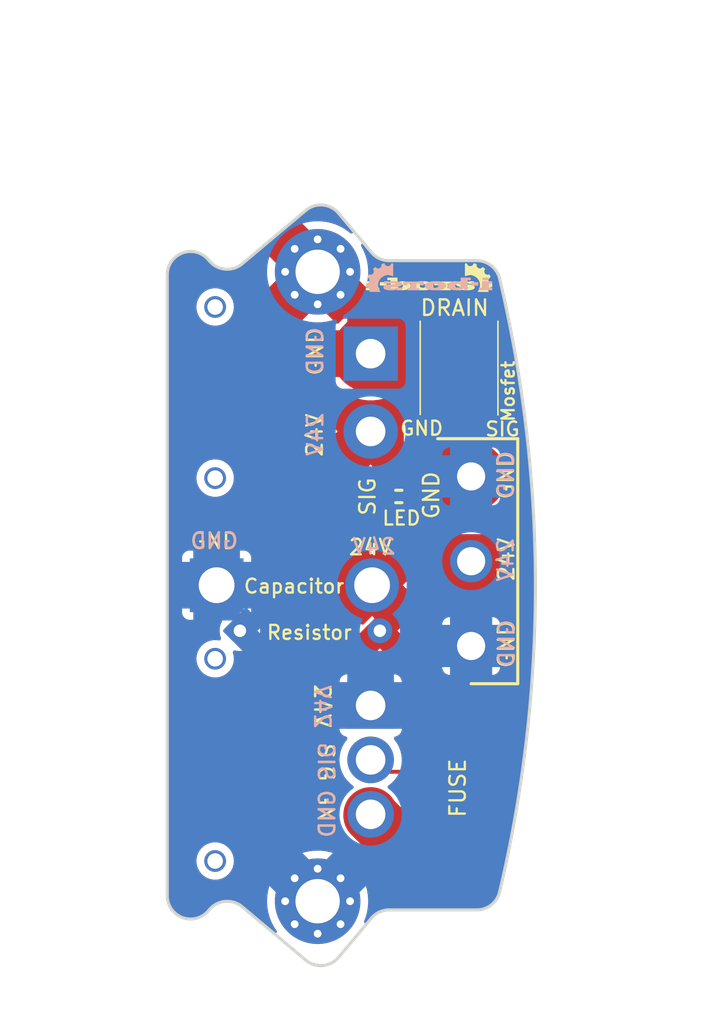
<source format=kicad_pcb>
(kicad_pcb (version 20240108) (generator "pcbnew") (generator_version "8.0")
  (layers (0 "F.Cu" signal) (31 "B.Cu" signal) (34 "B.Paste" user) (35 "F.Paste" user) (36 "B.SilkS" user "B.Silkscreen") (37 "F.SilkS" user "F.Silkscreen") (38 "B.Mask" user) (39 "F.Mask" user) (44 "Edge.Cuts" user))
  (net 0 "")
  (net 1 "SIG")
  (net 2 "GND")
  (net 3 "VOUT")
  (net 4 "VIN")
  (net 5 "Drain")
  (footprint "STPS80170CW:TO545P515X1560X2445-3P" (layer "F.Cu") (at 81.35 3.89 90)
    (property "Reference" "IC1" (hide yes))
    (property "Value" "STPS80170CW" (hide yes))
  )
  (footprint "Connector_AMASS:AMASS_XT30PW-M_1x02_P2.50mm_Horizontal" (layer "F.Cu") (at 74.887 -12.4 90)
    (property "Reference" "REF**" (hide yes))
    (property "Value" "AMASS_XT30PW-M_1x02_P2.50mm_Horizontal" (hide yes))
  )
  (footprint "Bohrloch:Loch" (layer "F.Cu") (at 71.478241 20.293027)
    (property "Reference" "REF**" (hide yes))
    (property "Value" "Loch" (hide yes))
  )
  (footprint "Justus:mp012928" (layer "F.Cu") (at 80.315 18.18 90)
    (property "Reference" "J4" (hide yes))
    (property "Value" "Conn_01x02_Pin" (hide yes))
  )
  (footprint "Varistor:SMLD12EN1WT86C" (layer "F.Cu") (at 76.7 -5.72)
    (property "Reference" "LED1" (hide yes))
    (property "Value" "SMLD12EN1WT86C" (hide yes))
  )
  (footprint "Bohrloch:Loch" (layer "F.Cu") (at 71.478241 -20.159363)
    (property "Reference" "REF**" (hide yes))
    (property "Value" "Loch" (hide yes))
  )
  (footprint "OptoDevice:R_LDR_D13.8mm_P9.0mm_Vertical" (layer "F.Cu") (at 75.48 2.91 180)
    (property "Reference" "R1" (hide yes))
    (property "Value" "R" (hide yes))
  )
  (footprint "Varistor:BSC021N08NS5ATMA1" (layer "F.Cu") (at 80.575 -13.984)
    (property "Reference" "Q1" (hide yes))
    (property "Value" "ISC009N06LM5ATMA1" (hide yes))
  )
  (footprint "Varistor:CAPPRD1000W210D2550H4200" (layer "B.Cu") (at 69.982 -0.018 180)
    (property "Reference" "C1" (hide yes))
    (property "Value" "ALC80A392BD063" (hide yes))
  )
  (footprint "Connector_AMASS:AMASS_MR30PW-M_1x03_P3.50mm_Horizontal" (layer "B.Cu") (at 74.887 11.21 -90)
    (property "Reference" "J19" (hide yes))
    (property "Value" "xt30" (hide yes))
  )
  (gr_poly (pts (xy 76.240039 -20.708242) (xy 76.237717 -20.708126) (xy 76.23548 -20.707899) (xy 76.233324 -20.707559) (xy 76.231246 -20.707105) (xy 76.229242 -20.706535) (xy 76.22731 -20.705847) (xy 76.225446 -20.705039) (xy 76.223647 -20.704108) (xy 76.22191 -20.703054) (xy 76.220232 -20.701873) (xy 76.21861 -20.700565) (xy 76.21704 -20.699127) (xy 76.21552 -20.697557) (xy 76.214046 -20.695853) (xy 76.212615 -20.694013) (xy 76.211224 -20.692037) (xy 76.20987 -20.68992) (xy 76.208549 -20.687662) (xy 76.205997 -20.682714) (xy 76.203541 -20.677177) (xy 76.201157 -20.671035) (xy 76.198862 -20.664888) (xy 76.196438 -20.658847) (xy 76.19388 -20.652911) (xy 76.191184 -20.647078) (xy 76.188344 -20.641345) (xy 76.185356 -20.635712) (xy 76.182215 -20.630175) (xy 76.178916 -20.624733) (xy 76.175454 -20.619384) (xy 76.171825 -20.614127) (xy 76.168023 -20.608958) (xy 76.164043 -20.603877) (xy 76.159882 -20.59888) (xy 76.155534 -20.593968) (xy 76.150993 -20.589136) (xy 76.146256 -20.584384) (xy 76.137211 -20.575955) (xy 76.127936 -20.568266) (xy 76.118434 -20.561298) (xy 76.108708 -20.555032) (xy 76.098762 -20.549448) (xy 76.088597 -20.544526) (xy 76.078217 -20.540248) (xy 76.067625 -20.536594) (xy 76.056824 -20.533544) (xy 76.045817 -20.53108) (xy 76.034606 -20.529181) (xy 76.023194 -20.527829) (xy 76.011585 -20.527005) (xy 75.999781 -20.526687) (xy 75.987785 -20.526859) (xy 75.9756 -20.527499) (xy 75.96733 -20.528229) (xy 75.959143 -20.529185) (xy 75.951046 -20.530375) (xy 75.943044 -20.531809) (xy 75.935142 -20.533494) (xy 75.927347 -20.53544) (xy 75.919664 -20.537656) (xy 75.9121 -20.540149) (xy 75.904659 -20.54293) (xy 75.897348 -20.546005) (xy 75.890173 -20.549385) (xy 75.88314 -20.553079) (xy 75.876254 -20.557093) (xy 75.869521 -20.561439) (xy 75.862946 -20.566123) (xy 75.856537 -20.571155) (xy 75.853118 -20.574083) (xy 75.849801 -20.577156) (xy 75.846581 -20.580362) (xy 75.843452 -20.583692) (xy 75.840409 -20.587133) (xy 75.837445 -20.590677) (xy 75.834555 -20.594312) (xy 75.831732 -20.598027) (xy 75.828972 -20.601812) (xy 75.826268 -20.605655) (xy 75.821004 -20.613478) (xy 75.815896 -20.621409) (xy 75.810896 -20.629363) (xy 75.809213 -20.632246) (xy 75.807628 -20.635186) (xy 75.806132 -20.638178) (xy 75.804716 -20.641218) (xy 75.803369 -20.6443) (xy 75.802083 -20.64742) (xy 75.799652 -20.653755) (xy 75.795084 -20.666663) (xy 75.792792 -20.67316) (xy 75.790392 -20.679634) (xy 75.788636 -20.683884) (xy 75.787741 -20.68585) (xy 75.78683 -20.687711) (xy 75.785901 -20.68947) (xy 75.784951 -20.691128) (xy 75.783979 -20.692685) (xy 75.782981 -20.694145) (xy 75.781955 -20.695507) (xy 75.780898 -20.696775) (xy 75.779808 -20.697948) (xy 75.778683 -20.699028) (xy 75.777519 -20.700018) (xy 75.776314 -20.700918) (xy 75.775066 -20.701729) (xy 75.773772 -20.702454) (xy 75.77243 -20.703094) (xy 75.771036 -20.70365) (xy 75.769589 -20.704124) (xy 75.768086 -20.704516) (xy 75.766525 -20.70483) (xy 75.764902 -20.705065) (xy 75.763215 -20.705223) (xy 75.761463 -20.705307) (xy 75.759641 -20.705317) (xy 75.757748 -20.705255) (xy 75.755781 -20.705122) (xy 75.753738 -20.704919) (xy 75.749412 -20.704313) (xy 75.74475 -20.703447) (xy 75.732844 -20.701077) (xy 75.720938 -20.698878) (xy 75.697126 -20.694682) (xy 75.685219 -20.69253) (xy 75.673313 -20.690238) (xy 75.661407 -20.687729) (xy 75.6495 -20.684926) (xy 75.640089 -20.682543) (xy 75.631443 -20.680064) (xy 75.623556 -20.677425) (xy 75.616417 -20.67456) (xy 75.613126 -20.673022) (xy 75.610019 -20.671404) (xy 75.607094 -20.669696) (xy 75.604352 -20.667892) (xy 75.60179 -20.665983) (xy 75.599408 -20.66396) (xy 75.597204 -20.661816) (xy 75.595178 -20.659542) (xy 75.593328 -20.657131) (xy 75.591654 -20.654574) (xy 75.590153 -20.651864) (xy 75.588826 -20.648991) (xy 75.58767 -20.645949) (xy 75.586686 -20.642728) (xy 75.585871 -20.639321) (xy 75.585225 -20.635719) (xy 75.584747 -20.631916) (xy 75.584435 -20.627901) (xy 75.584289 -20.623668) (xy 75.584307 -20.619208) (xy 75.584488 -20.614512) (xy 75.584832 -20.609574) (xy 75.586001 -20.598936) (xy 75.587051 -20.588889) (xy 75.587492 -20.57908) (xy 75.587346 -20.569499) (xy 75.586641 -20.560138) (xy 75.585401 -20.550985) (xy 75.583652 -20.542033) (xy 75.581418 -20.53327) (xy 75.578724 -20.524688) (xy 75.575597 -20.516276) (xy 75.572061 -20.508024) (xy 75.568141 -20.499925) (xy 75.563862 -20.491966) (xy 75.55925 -20.484139) (xy 75.55433 -20.476435) (xy 75.549128 -20.468842) (xy 75.543667 -20.461353) (xy 75.538087 -20.454321) (xy 75.532263 -20.447604) (xy 75.526201 -20.441194) (xy 75.519906 -20.435081) (xy 75.513382 -20.429254) (xy 75.506634 -20.423704) (xy 75.499668 -20.418422) (xy 75.492487 -20.413397) (xy 75.485096 -20.408621) (xy 75.477502 -20.404082) (xy 75.469708 -20.399773) (xy 75.461719 -20.395682) (xy 75.45354 -20.391801) (xy 75.445176 -20.38812) (xy 75.436632 -20.384628) (xy 75.427912 -20.381316) (xy 75.419145 -20.378368) (xy 75.410452 -20.375959) (xy 75.401831 -20.374071) (xy 75.393279 -20.372686) (xy 75.384792 -20.371786) (xy 75.376369 -20.371352) (xy 75.368006 -20.371365) (xy 75.359699 -20.371808) (xy 75.351447 -20.372661) (xy 75.343247 -20.373907) (xy 75.335095 -20.375527) (xy 75.326988 -20.377503) (xy 75.318924 -20.379815) (xy 75.3109 -20.382447) (xy 75.302912 -20.385379) (xy 75.294959 -20.388592) (xy 75.290277 -20.390815) (xy 75.285657 -20.393254) (xy 75.281099 -20.395894) (xy 75.276603 -20.398721) (xy 75.27217 -20.401718) (xy 75.267798 -20.404871) (xy 75.263488 -20.408162) (xy 75.25924 -20.411578) (xy 75.255055 -20.415102) (xy 75.250931 -20.41872) (xy 75.242869 -20.426172) (xy 75.235056 -20.433809) (xy 75.22749 -20.441509) (xy 75.222305 -20.446516) (xy 75.217385 -20.45087) (xy 75.21501 -20.452802) (xy 75.212686 -20.454569) (xy 75.210405 -20.456173) (xy 75.208163 -20.457611) (xy 75.205954 -20.458886) (xy 75.203772 -20.459995) (xy 75.201612 -20.460939) (xy 75.199469 -20.461717) (xy 75.197336 -20.46233) (xy 75.195208 -20.462777) (xy 75.193079 -20.463058) (xy 75.190945 -20.463172) (xy 75.188799 -20.46312) (xy 75.186635 -20.4629) (xy 75.184449 -20.462514) (xy 75.182235 -20.46196) (xy 75.179986 -20.461239) (xy 75.177699 -20.460349) (xy 75.175366 -20.459292) (xy 75.172982 -20.458066) (xy 75.170542 -20.456672) (xy 75.168041 -20.455109) (xy 75.165472 -20.453376) (xy 75.16283 -20.451475) (xy 75.157306 -20.447163) (xy 75.151423 -20.442171) (xy 75.141881 -20.433826) (xy 75.132137 -20.425644) (xy 75.122238 -20.417602) (xy 75.112231 -20.409676) (xy 75.072047 -20.378671) (xy 75.069387 -20.376553) (xy 75.066863 -20.374415) (xy 75.064475 -20.372258) (xy 75.062225 -20.370082) (xy 75.060113 -20.367886) (xy 75.05814 -20.365671) (xy 75.056306 -20.363437) (xy 75.054612 -20.361183) (xy 75.053058 -20.35891) (xy 75.051646 -20.356618) (xy 75.050375 -20.354306) (xy 75.049247 -20.351975) (xy 75.048261 -20.349624) (xy 75.047419 -20.347254) (xy 75.046721 -20.344865) (xy 75.046168 -20.342456) (xy 75.04576 -20.340028) (xy 75.045499 -20.33758) (xy 75.045383 -20.335113) (xy 75.045415 -20.332627) (xy 75.045595 -20.330121) (xy 75.045923 -20.327596) (xy 75.0464 -20.325052) (xy 75.047026 -20.322488) (xy 75.047803 -20.319905) (xy 75.04873 -20.317302) (xy 75.049809 -20.31468) (xy 75.05104 -20.312039) (xy 75.052424 -20.309378) (xy 75.05396 -20.306698) (xy 75.055651 -20.303999) (xy 75.057496 -20.30128) (xy 75.062508 -20.293785) (xy 75.067125 -20.286071) (xy 75.071351 -20.278155) (xy 75.075186 -20.270053) (xy 75.078632 -20.261784) (xy 75.081691 -20.253363) (xy 75.084363 -20.244808) (xy 75.086652 -20.236137) (xy 75.090082 -20.218511) (xy 75.091994 -20.200623) (xy 75.0924 -20.182609) (xy 75.091313 -20.164606) (xy 75.088746 -20.14675) (xy 75.08471 -20.129178) (xy 75.079219 -20.112027) (xy 75.072286 -20.095432) (xy 75.068282 -20.087387) (xy 75.063922 -20.079531) (xy 75.059208 -20.071884) (xy 75.054141 -20.064461) (xy 75.048723 -20.05728) (xy 75.042955 -20.050358) (xy 75.036839 -20.043712) (xy 75.030376 -20.037358) (xy 75.019026 -20.027228) (xy 75.007539 -20.017928) (xy 74.995903 -20.009465) (xy 74.984105 -20.001846) (xy 74.972133 -19.99508) (xy 74.959974 -19.989175) (xy 74.947615 -19.984138) (xy 74.935044 -19.979977) (xy 74.922248 -19.976699) (xy 74.909214 -19.974313) (xy 74.895931 -19.972826) (xy 74.882385 -19.972246) (xy 74.868564 -19.97258) (xy 74.854456 -19.973837) (xy 74.840046 -19.976025) (xy 74.825324 -19.97915) (xy 74.821328 -19.980176) (xy 74.817294 -19.981279) (xy 74.813243 -19.982475) (xy 74.809201 -19.98378) (xy 74.80519 -19.985209) (xy 74.801232 -19.986777) (xy 74.799281 -19.987619) (xy 74.797353 -19.988501) (xy 74.795449 -19.989425) (xy 74.793574 -19.990395) (xy 74.791917 -19.991273) (xy 74.790295 -19.992048) (xy 74.788707 -19.992723) (xy 74.787153 -19.9933) (xy 74.785633 -19.99378) (xy 74.784147 -19.994166) (xy 74.782695 -19.99446) (xy 74.781275 -19.994663) (xy 74.779889 -19.994778) (xy 74.778535 -19.994807) (xy 74.777213 -19.994752) (xy 74.775924 -19.994615) (xy 74.774667 -19.994398) (xy 74.773441 -19.994104) (xy 74.772247 -19.993733) (xy 74.771085 -19.993288) (xy 74.769953 -19.992772) (xy 74.768852 -19.992187) (xy 74.767781 -19.991533) (xy 74.766741 -19.990814) (xy 74.765731 -19.990032) (xy 74.764751 -19.989188) (xy 74.7638 -19.988285) (xy 74.762878 -19.987325) (xy 74.761122 -19.985241) (xy 74.759481 -19.982952) (xy 74.757951 -19.980475) (xy 74.756532 -19.977827) (xy 74.738818 -19.943679) (xy 74.721475 -19.909531) (xy 74.704628 -19.875136) (xy 74.69643 -19.857767) (xy 74.688402 -19.840244) (xy 74.688126 -19.839537) (xy 74.687918 -19.838783) (xy 74.687775 -19.837985) (xy 74.687694 -19.837146) (xy 74.687673 -19.836269) (xy 74.68771 -19.835357) (xy 74.687802 -19.834414) (xy 74.687947 -19.833443) (xy 74.688386 -19.831428) (xy 74.689006 -19.829337) (xy 74.68979 -19.827196) (xy 74.690717 -19.82503) (xy 74.691768 -19.822864) (xy 74.692924 -19.820723) (xy 74.694165 -19.818632) (xy 74.695471 -19.816617) (xy 74.696825 -19.814703) (xy 74.698205 -19.812914) (xy 74.699593 -19.811277) (xy 74.70097 -19.809816) (xy 74.759178 -19.756238) (xy 74.769024 -19.745463) (xy 74.777976 -19.734467) (xy 74.78604 -19.723246) (xy 74.793223 -19.711797) (xy 74.79953 -19.700114) (xy 74.804967 -19.688196) (xy 74.809539 -19.676037) (xy 74.813253 -19.663634) (xy 74.816114 -19.650983) (xy 74.818128 -19.63808) (xy 74.819302 -19.624921) (xy 74.81964 -19.611503) (xy 74.819149 -19.597821) (xy 74.817834 -19.583872) (xy 74.815701 -19.569651) (xy 74.812756 -19.555155) (xy 74.810882 -19.547434) (xy 74.808737 -19.539896) (xy 74.806331 -19.532539) (xy 74.803672 -19.525358) (xy 74.800768 -19.518353) (xy 74.797629 -19.511518) (xy 74.794264 -19.504852) (xy 74.79068 -19.498352) (xy 74.786888 -19.492015) (xy 74.782894 -19.485838) (xy 74.778709 -19.479817) (xy 74.774341 -19.473951) (xy 74.769798 -19.468235) (xy 74.765089 -19.462668) (xy 74.760224 -19.457247) (xy 74.75521 -19.451967) (xy 74.748996 -19.445951) (xy 74.742514 -19.440299) (xy 74.735779 -19.435003) (xy 74.728803 -19.430057) (xy 74.721598 -19.425451) (xy 74.714177 -19.421179) (xy 74.706553 -19.417232) (xy 74.698738 -19.413603) (xy 74.690744 -19.410284) (xy 74.682585 -19.407267) (xy 74.674273 -19.404545) (xy 74.66582 -19.40211) (xy 74.657239 -19.399954) (xy 74.648543 -19.398069) (xy 74.639744 -19.396448) (xy 74.630856 -19.395082) (xy 74.628302 -19.394802) (xy 74.625623 -19.394671) (xy 74.620003 -19.394648) (xy 74.614229 -19.394594) (xy 74.611356 -19.394424) (xy 74.608531 -19.39409) (xy 74.605784 -19.393539) (xy 74.604449 -19.393165) (xy 74.603144 -19.392718) (xy 74.601873 -19.39219) (xy 74.600639 -19.391575) (xy 74.599447 -19.390867) (xy 74.598299 -19.390059) (xy 74.5972 -19.389144) (xy 74.596153 -19.388116) (xy 74.595162 -19.386969) (xy 74.59423 -19.385695) (xy 74.593361 -19.384289) (xy 74.592559 -19.382743) (xy 74.591826 -19.381051) (xy 74.591168 -19.379207) (xy 74.590512 -19.377347) (xy 74.589792 -19.375485) (xy 74.588223 -19.371755) (xy 74.586575 -19.36801) (xy 74.584967 -19.364242) (xy 74.584214 -19.362346) (xy 74.583514 -19.360442) (xy 74.582881 -19.358528) (xy 74.582331 -19.356604) (xy 74.581878 -19.354668) (xy 74.581537 -19.352719) (xy 74.581321 -19.350757) (xy 74.581246 -19.34878) (xy 74.580978 -19.316431) (xy 74.581081 -19.283957) (xy 74.581908 -19.219134) (xy 74.581973 -19.215506) (xy 74.582183 -19.212064) (xy 74.582557 -19.208805) (xy 74.583117 -19.205729) (xy 74.583472 -19.20426) (xy 74.583882 -19.202836) (xy 74.584348 -19.201457) (xy 74.584873 -19.200124) (xy 74.585459 -19.198835) (xy 74.586109 -19.197592) (xy 74.586827 -19.196393) (xy 74.587613 -19.195239) (xy 74.588471 -19.19413) (xy 74.589403 -19.193065) (xy 74.590412 -19.192044) (xy 74.5915 -19.191067) (xy 74.59267 -19.190135) (xy 74.593925 -19.189247) (xy 74.595266 -19.188402) (xy 74.596697 -19.187601) (xy 74.59822 -19.186844) (xy 74.599838 -19.18613) (xy 74.601553 -19.18546) (xy 74.603367 -19.184833) (xy 74.605284 -19.184249) (xy 74.607306 -19.183708) (xy 74.609434 -19.183209) (xy 74.611673 -19.182754) (xy 74.641118 -19.177039) (xy 74.655891 -19.174068) (xy 74.670625 -19.170765) (xy 74.685266 -19.166935) (xy 74.692535 -19.164761) (xy 74.69976 -19.162383) (xy 74.706935 -19.159777) (xy 74.714053 -19.156917) (xy 74.721106 -19.153781) (xy 74.728089 -19.150343) (xy 74.735062 -19.146601) (xy 74.741612 -19.142579) (xy 74.747764 -19.138292) (xy 74.753545 -19.133754) (xy 74.758982 -19.12898) (xy 74.764099 -19.123984) (xy 74.768924 -19.11878) (xy 74.773482 -19.113384) (xy 74.7778 -19.107809) (xy 74.781904 -19.10207) (xy 74.78582 -19.096183) (xy 74.789574 -19.09016) (xy 74.793193 -19.084018) (xy 74.796702 -19.077769) (xy 74.803496 -19.065015) (xy 74.805172 -19.061512) (xy 74.806737 -19.057954) (xy 74.808203 -19.054348) (xy 74.809583 -19.0507) (xy 74.812135 -19.043307) (xy 74.814493 -19.035828) (xy 74.81903 -19.020831) (xy 74.821411 -19.013422) (xy 74.824001 -19.006145) (xy 74.826542 -18.998982) (xy 74.828485 -18.991877) (xy 74.829868 -18.984826) (xy 74.830729 -18.977826) (xy 74.831106 -18.970872) (xy 74.831036 -18.963961) (xy 74.830556 -18.957089) (xy 74.829706 -18.950251) (xy 74.828523 -18.943445) (xy 74.827043 -18.936666) (xy 74.825307 -18.92991) (xy 74.82335 -18.923173) (xy 74.818928 -18.909742) (xy 74.814079 -18.896343) (xy 74.812868 -18.893086) (xy 74.811702 -18.889759) (xy 74.810568 -18.886355) (xy 74.809449 -18.882865) (xy 74.804819 -18.8679) (xy 75.516547 -18.8679) (xy 75.517262 -18.869547) (xy 75.517923 -18.871031) (xy 75.519111 -18.873605) (xy 75.520176 -18.875806) (xy 75.521179 -18.877822) (xy 75.500426 -18.913127) (xy 75.495102 -18.921973) (xy 75.489646 -18.930749) (xy 75.484019 -18.939416) (xy 75.478184 -18.947936) (xy 75.471712 -18.957044) (xy 75.465444 -18.966261) (xy 75.459384 -18.975586) (xy 75.453534 -18.985019) (xy 75.447897 -18.994561) (xy 75.442477 -19.004212) (xy 75.437275 -19.013971) (xy 75.432295 -19.023839) (xy 75.42754 -19.033815) (xy 75.423013 -19.043899) (xy 75.418716 -19.054092) (xy 75.414653 -19.064394) (xy 75.410826 -19.074804) (xy 75.407239 -19.085323) (xy 75.403894 -19.09595) (xy 75.400794 -19.106686) (xy 75.395702 -19.126173) (xy 75.391097 -19.14569) (xy 75.386983 -19.165236) (xy 75.383368 -19.184811) (xy 75.380257 -19.204412) (xy 75.377656 -19.22404) (xy 75.37557 -19.243692) (xy 75.374005 -19.263369) (xy 75.372967 -19.283069) (xy 75.372462 -19.302792) (xy 75.372496 -19.322536) (xy 75.373075 -19.3423) (xy 75.374203 -19.362083) (xy 75.375888 -19.381885) (xy 75.378135 -19.401705) (xy 75.38095 -19.42154) (xy 75.383397 -19.435486) (xy 75.386261 -19.449297) (xy 75.389527 -19.462978) (xy 75.393177 -19.476534) (xy 75.397195 -19.489971) (xy 75.401565 -19.503291) (xy 75.406271 -19.516502) (xy 75.411295 -19.529606) (xy 75.416621 -19.54261) (xy 75.422233 -19.555518) (xy 75.434249 -19.581066) (xy 75.447211 -19.606288) (xy 75.460986 -19.631223) (xy 75.465797 -19.639449) (xy 75.470792 -19.647519) (xy 75.475954 -19.655445) (xy 75.481264 -19.663241) (xy 75.492264 -19.678499) (xy 75.503651 -19.6934) (xy 75.550283 -19.751608) (xy 75.55476 -19.75696) (xy 75.559492 -19.762111) (xy 75.564457 -19.767081) (xy 75.569631 -19.771886) (xy 75.574991 -19.776544) (xy 75.580514 -19.781071) (xy 75.586176 -19.785487) (xy 75.591955 -19.789807) (xy 75.63958 -19.823046) (xy 75.648103 -19.828935) (xy 75.656788 -19.834693) (xy 75.665613 -19.840312) (xy 75.674555 -19.845783) (xy 75.683589 -19.851099) (xy 75.692693 -19.856253) (xy 75.701844 -19.861236) (xy 75.711018 -19.86604) (xy 75.7422 -19.881833) (xy 75.757794 -19.889574) (xy 75.773443 -19.897129) (xy 75.789185 -19.904436) (xy 75.805059 -19.911433) (xy 75.821103 -19.918058) (xy 75.837357 -19.924249) (xy 75.856633 -19.93084) (xy 75.866394 -19.933856) (xy 75.876227 -19.936672) (xy 75.886127 -19.939279) (xy 75.896085 -19.941666) (xy 75.906096 -19.943825) (xy 75.916152 -19.945746) (xy 75.926247 -19.947419) (xy 75.936374 -19.948834) (xy 75.946527 -19.949981) (xy 75.956698 -19.950852) (xy 75.96688 -19.951435) (xy 75.977067 -19.951723) (xy 75.987252 -19.951703) (xy 75.997429 -19.951369) (xy 76.015812 -19.950241) (xy 76.034233 -19.948423) (xy 76.05267 -19.946032) (xy 76.071099 -19.943183) (xy 76.089497 -19.939993) (xy 76.107841 -19.936579) (xy 76.144273 -19.92954) (xy 76.157418 -19.926853) (xy 76.170555 -19.923794) (xy 76.183677 -19.920425) (xy 76.196776 -19.916807) (xy 76.222872 -19.909077) (xy 76.248782 -19.901098) (xy 76.251124 -19.900279) (xy 76.253439 -19.899323) (xy 76.25573 -19.898246) (xy 76.258002 -19.897067) (xy 76.260258 -19.895802) (xy 76.262503 -19.89447) (xy 76.266973 -19.891672) (xy 76.271443 -19.888812) (xy 76.275944 -19.886029) (xy 76.278216 -19.88471) (xy 76.280507 -19.883463) (xy 76.282822 -19.882305) (xy 76.285163 -19.881254) (xy 76.287776 -19.880299) (xy 76.290407 -19.879413) (xy 76.295736 -19.877812) (xy 76.301173 -19.876382) (xy 76.306743 -19.875053) (xy 76.31837 -19.872417) (xy 76.324475 -19.870972) (xy 76.330804 -19.869348) (xy 76.333543 -19.898597) (xy 76.336344 -19.926233) (xy 76.337554 -19.939641) (xy 76.338524 -19.952878) (xy 76.339169 -19.966021) (xy 76.339403 -19.97915) (xy 76.340064 -20.65053) (xy 76.339942 -20.65797) (xy 76.339555 -20.664685) (xy 76.338869 -20.670713) (xy 76.338404 -20.673481) (xy 76.337852 -20.676089) (xy 76.337209 -20.678544) (xy 76.336471 -20.680849) (xy 76.335633 -20.683009) (xy 76.334692 -20.685028) (xy 76.333643 -20.686911) (xy 76.332483 -20.688663) (xy 76.331207 -20.690287) (xy 76.329811 -20.691788) (xy 76.328291 -20.693172) (xy 76.326643 -20.694442) (xy 76.324863 -20.695602) (xy 76.322946 -20.696658) (xy 76.320889 -20.697613) (xy 76.318687 -20.698473) (xy 76.316336 -20.699241) (xy 76.313833 -20.699922) (xy 76.311172 -20.700521) (xy 76.308351 -20.701043) (xy 76.302208 -20.701869) (xy 76.295372 -20.702438) (xy 76.287808 -20.702785) (xy 76.284556 -20.702817) (xy 76.281266 -20.70292) (xy 76.27796 -20.703099) (xy 76.274662 -20.703364) (xy 76.271394 -20.703722) (xy 76.268182 -20.70418) (xy 76.265046 -20.704748) (xy 76.262012 -20.705431) (xy 76.255907 -20.706731) (xy 76.250227 -20.707643) (xy 76.244946 -20.708152) (xy 76.242447 -20.70825)) (stroke (width -0.000001)) (fill solid) (layer "B.SilkS"))
  (gr_poly (pts (xy 78.937007 -19.555606) (xy 78.893888 -19.552917) (xy 78.84754 -19.548298) (xy 78.79888 -19.541636) (xy 78.748829 -19.53282) (xy 78.698306 -19.521736) (xy 78.648231 -19.508272) (xy 78.599523 -19.492316) (xy 78.553101 -19.473756) (xy 78.509886 -19.452479) (xy 78.489768 -19.440786) (xy 78.470796 -19.428373) (xy 78.453086 -19.415223) (xy 78.436752 -19.401325) (xy 78.421909 -19.386662) (xy 78.408673 -19.371222) (xy 78.397157 -19.354991) (xy 78.387477 -19.337954) (xy 78.379749 -19.320097) (xy 78.374086 -19.301406) (xy 78.370604 -19.281868) (xy 78.369418 -19.261467) (xy 78.370788 -19.237362) (xy 78.374796 -19.214627) (xy 78.381291 -19.193223) (xy 78.390121 -19.173111) (xy 78.401133 -19.154251) (xy 78.414175 -19.136603) (xy 78.429096 -19.120127) (xy 78.445744 -19.104785) (xy 78.463966 -19.090535) (xy 78.48361 -19.077338) (xy 78.504526 -19.065155) (xy 78.526559 -19.053945) (xy 78.549559 -19.04367) (xy 78.573374 -19.034289) (xy 78.622839 -19.018051) (xy 78.673738 -19.004913) (xy 78.724855 -18.994559) (xy 78.774974 -18.986669) (xy 78.822878 -18.980926) (xy 78.867353 -18.977013) (xy 78.907182 -18.974612) (xy 78.968037 -18.973072) (xy 79.129433 -18.973072) (xy 79.196964 -18.974655) (xy 79.261513 -18.979288) (xy 79.322893 -18.986797) (xy 79.380912 -18.997008) (xy 79.435381 -19.009746) (xy 79.486109 -19.024836) (xy 79.532908 -19.042104) (xy 79.575587 -19.061376) (xy 79.613956 -19.082478) (xy 79.647826 -19.105234) (xy 79.677005 -19.129471) (xy 79.701306 -19.155014) (xy 79.720536 -19.181689) (xy 79.728191 -19.195396) (xy 79.734508 -19.209321) (xy 79.739462 -19.223441) (xy 79.74303 -19.237736) (xy 79.745188 -19.252182) (xy 79.745781 -19.264113) (xy 79.239236 -19.264113) (xy 79.238999 -19.256987) (xy 79.238296 -19.249998) (xy 79.237137 -19.243152) (xy 79.235532 -19.236456) (xy 79.233491 -19.229915) (xy 79.231026 -19.223534) (xy 79.228145 -19.217321) (xy 79.224859 -19.211279) (xy 79.22118 -19.205416) (xy 79.217116 -19.199737) (xy 79.212678 -19.194248) (xy 79.207877 -19.188955) (xy 79.202723 -19.183863) (xy 79.197226 -19.178979) (xy 79.191396 -19.174308) (xy 79.185244 -19.169856) (xy 79.17878 -19.165628) (xy 79.172015 -19.161631) (xy 79.164958 -19.157871) (xy 79.157619 -19.154353) (xy 79.15001 -19.151082) (xy 79.142141 -19.148066) (xy 79.134021 -19.14531) (xy 79.125661 -19.142818) (xy 79.117072 -19.140599) (xy 79.108263 -19.138656) (xy 79.099246 -19.136996) (xy 79.090029 -19.135625) (xy 79.080624 -19.134549) (xy 79.071041 -19.133772) (xy 79.06129 -19.133303) (xy 79.051381 -19.133145) (xy 79.032767 -19.133714) (xy 79.014463 -19.135408) (xy 78.99659 -19.138202) (xy 78.979272 -19.142074) (xy 78.962633 -19.147) (xy 78.946795 -19.152957) (xy 78.931881 -19.159922) (xy 78.918015 -19.167871) (xy 78.905319 -19.176781) (xy 78.899449 -19.18159) (xy 78.893917 -19.18663) (xy 78.888739 -19.191898) (xy 78.883931 -19.197393) (xy 78.879508 -19.20311) (xy 78.875485 -19.209047) (xy 78.871878 -19.215201) (xy 78.868702 -19.221569) (xy 78.865972 -19.228149) (xy 78.863704 -19.234937) (xy 78.861914 -19.24193) (xy 78.860615 -19.249126) (xy 78.859825 -19.256521) (xy 78.859559 -19.264113) (xy 78.859882 -19.272055) (xy 78.860833 -19.279755) (xy 78.862388 -19.287213) (xy 78.864518 -19.294429) (xy 78.867198 -19.301402) (xy 78.870402 -19.308131) (xy 78.874104 -19.314615) (xy 78.878276 -19.320854) (xy 78.882893 -19.326847) (xy 78.887928 -19.332593) (xy 78.893356 -19.338091) (xy 78.899149 -19.343341) (xy 78.905282 -19.348342) (xy 78.911729 -19.353093) (xy 78.918462 -19.357594) (xy 78.925456 -19.361844) (xy 78.932685 -19.365842) (xy 78.940122 -19.369587) (xy 78.947741 -19.373078) (xy 78.955515 -19.376316) (xy 78.963419 -19.379299) (xy 78.971426 -19.382026) (xy 78.987644 -19.386711) (xy 79.003959 -19.390364) (xy 79.02016 -19.392982) (xy 79.036038 -19.394556) (xy 79.051381 -19.395082) (xy 79.068534 -19.394527) (xy 79.085661 -19.392873) (xy 79.102614 -19.390138) (xy 79.119243 -19.386338) (xy 79.135399 -19.381493) (xy 79.150934 -19.375618) (xy 79.165697 -19.368732) (xy 79.179539 -19.360852) (xy 79.192312 -19.351995) (xy 79.198251 -19.347205) (xy 79.203866 -19.342178) (xy 79.209139 -19.336916) (xy 79.214052 -19.33142) (xy 79.218585 -19.325693) (xy 79.22272 -19.319738) (xy 79.226439 -19.313555) (xy 79.229722 -19.307148) (xy 79.232551 -19.300519) (xy 79.234908 -19.29367) (xy 79.236773 -19.286602) (xy 79.238129 -19.279319) (xy 79.238956 -19.271822) (xy 79.239236 -19.264113) (xy 79.745781 -19.264113) (xy 79.745913 -19.266759) (xy 79.744898 -19.286388) (xy 79.741903 -19.305221) (xy 79.737003 -19.323271) (xy 79.730271 -19.340549) (xy 79.721783 -19.357066) (xy 79.711611 -19.372832) (xy 79.699831 -19.387861) (xy 79.686516 -19.402162) (xy 79.671741 -19.415746) (xy 79.65558 -19.428627) (xy 79.638107 -19.440813) (xy 79.619397 -19.452317) (xy 79.599524 -19.463151) (xy 79.578562 -19.473324) (xy 79.556585 -19.48285) (xy 79.533667 -19.491738) (xy 79.509884 -19.5) (xy 79.485308 -19.507647) (xy 79.460015 -19.514691) (xy 79.434078 -19.521143) (xy 79.380571 -19.532315) (xy 79.32538 -19.541254) (xy 79.269101 -19.54805) (xy 79.212326 -19.552792) (xy 79.155651 -19.555571) (xy 79.099668 -19.556478) (xy 78.975975 -19.556478)) (stroke (width -0.000001)) (fill solid) (layer "B.SilkS"))
  (gr_poly (pts (xy 76.298913 -19.555602) (xy 76.283691 -19.554968) (xy 76.26806 -19.553928) (xy 76.252141 -19.552499) (xy 76.219925 -19.548526) (xy 76.188011 -19.543166) (xy 76.17247 -19.540002) (xy 76.157368 -19.536535) (xy 76.142826 -19.532779) (xy 76.128965 -19.528748) (xy 76.115907 -19.524458) (xy 76.103772 -19.519923) (xy 76.092681 -19.515158) (xy 76.082756 -19.510176) (xy 76.082354 -19.512059) (xy 76.081896 -19.513983) (xy 76.080834 -19.517938) (xy 76.079617 -19.522001) (xy 76.078291 -19.526133) (xy 76.075501 -19.534453) (xy 76.074129 -19.538563) (xy 76.072835 -19.542587) (xy 76.072563 -19.543469) (xy 76.072242 -19.544371) (xy 76.071868 -19.545283) (xy 76.07144 -19.546194) (xy 76.070953 -19.547093) (xy 76.070405 -19.547971) (xy 76.069793 -19.548815) (xy 76.069114 -19.549615) (xy 76.068749 -19.549996) (xy 76.068365 -19.550361) (xy 76.067964 -19.550711) (xy 76.067544 -19.551043) (xy 76.067105 -19.551356) (xy 76.066647 -19.551648) (xy 76.06617 -19.55192) (xy 76.065672 -19.552168) (xy 76.065154 -19.552392) (xy 76.064615 -19.552591) (xy 76.064056 -19.552762) (xy 76.063474 -19.552906) (xy 76.062871 -19.55302) (xy 76.062246 -19.553103) (xy 76.061598 -19.553153) (xy 76.060928 -19.553171) (xy 75.769886 -19.553171) (xy 75.769257 -19.553146) (xy 75.76861 -19.553072) (xy 75.767949 -19.55295) (xy 75.767276 -19.552782) (xy 75.766594 -19.552568) (xy 75.765904 -19.552312) (xy 75.765209 -19.552012) (xy 75.764512 -19.551672) (xy 75.763815 -19.551292) (xy 75.76312 -19.550873) (xy 75.76243 -19.550418) (xy 75.761747 -19.549927) (xy 75.761074 -19.549401) (xy 75.760413 -19.548842) (xy 75.759767 -19.548252) (xy 75.759138 -19.547631) (xy 75.758528 -19.546981) (xy 75.757939 -19.546303) (xy 75.757375 -19.545599) (xy 75.756838 -19.54487) (xy 75.75633 -19.544117) (xy 75.755853 -19.543342) (xy 75.75541 -19.542545) (xy 75.755004 -19.541729) (xy 75.754636 -19.540895) (xy 75.754309 -19.540043) (xy 75.754026 -19.539176) (xy 75.753789 -19.538294) (xy 75.753601 -19.537399) (xy 75.753463 -19.536493) (xy 75.753379 -19.535576) (xy 75.75335 -19.53465) (xy 75.75335 -19.397066) (xy 75.753375 -19.396567) (xy 75.753448 -19.396061) (xy 75.753568 -19.39555) (xy 75.753733 -19.395035) (xy 75.75394 -19.394519) (xy 75.754187 -19.394003) (xy 75.754474 -19.393487) (xy 75.754797 -19.392974) (xy 75.755155 -19.392464) (xy 75.755546 -19.39196) (xy 75.755969 -19.391463) (xy 75.75642 -19.390974) (xy 75.756898 -19.390494) (xy 75.757402 -19.390026) (xy 75.757928 -19.38957) (xy 75.758477 -19.389129) (xy 75.759044 -19.388703) (xy 75.759629 -19.388294) (xy 75.760229 -19.387903) (xy 75.760843 -19.387532) (xy 75.761469 -19.387182) (xy 75.762104 -19.386856) (xy 75.762747 -19.386553) (xy 75.763396 -19.386276) (xy 75.764049 -19.386026) (xy 75.764704 -19.385805) (xy 75.765358 -19.385614) (xy 75.766011 -19.385455) (xy 75.76666 -19.385328) (xy 75.767303 -19.385236) (xy 75.767938 -19.385179) (xy 75.768564 -19.38516) (xy 76.097308 -19.38516) (xy 76.098154 -19.385184) (xy 76.098962 -19.385256) (xy 76.099738 -19.385378) (xy 76.100491 -19.385553) (xy 76.101229 -19.385782) (xy 76.101959 -19.386067) (xy 76.102689 -19.38641) (xy 76.103426 -19.386814) (xy 76.104179 -19.387279) (xy 76.104956 -19.387808) (xy 76.105763 -19.388404) (xy 76.10661 -19.389067) (xy 76.107502 -19.3898) (xy 76.108449 -19.390604) (xy 76.110537 -19.392436) (xy 76.112947 -19.395396) (xy 76.115771 -19.398538) (xy 76.119096 -19.401809) (xy 76.120975 -19.403477) (xy 76.123012 -19.405159) (xy 76.125219 -19.406847) (xy 76.127606 -19.408536) (xy 76.130185 -19.410218) (xy 76.132966 -19.411888) (xy 76.135961 -19.41354) (xy 76.139181 -19.415166) (xy 76.142637 -19.41676) (xy 76.146339 -19.418316) (xy 76.150299 -19.419827) (xy 76.154527 -19.421288) (xy 76.159036 -19.422691) (xy 76.163835 -19.42403) (xy 76.168936 -19.425299) (xy 76.17435 -19.426491) (xy 76.180088 -19.4276) (xy 76.18616 -19.42862) (xy 76.192579 -19.429544) (xy 76.199354 -19.430365) (xy 76.206498 -19.431078) (xy 76.21402 -19.431675) (xy 76.221933 -19.432151) (xy 76.230246 -19.432499) (xy 76.238972 -19.432713) (xy 76.24812 -19.432785) (xy 76.389011 -19.432785) (xy 76.401782 -19.432681) (xy 76.413567 -19.432352) (xy 76.424388 -19.431778) (xy 76.434269 -19.430935) (xy 76.443232 -19.429802) (xy 76.451298 -19.428355) (xy 76.45849 -19.426573) (xy 76.464831 -19.424434) (xy 76.470342 -19.421915) (xy 76.475046 -19.418994) (xy 76.477102 -19.417376) (xy 76.478965 -19.415648) (xy 76.480638 -19.413809) (xy 76.482122 -19.411856) (xy 76.483421 -19.409786) (xy 76.484538 -19.407595) (xy 76.485476 -19.405282) (xy 76.486237 -19.402842) (xy 76.487239 -19.397577) (xy 76.487569 -19.391775) (xy 76.487451 -19.388826) (xy 76.487103 -19.386054) (xy 76.486529 -19.383451) (xy 76.485736 -19.381013) (xy 76.484727 -19.378733) (xy 76.483509 -19.376604) (xy 76.482088 -19.374621) (xy 76.480468 -19.372778) (xy 76.478656 -19.371069) (xy 76.476656 -19.369488) (xy 76.474474 -19.368028) (xy 76.472116 -19.366683) (xy 76.469587 -19.365448) (xy 76.466892 -19.364317) (xy 76.464037 -19.363283) (xy 76.461028 -19.36234) (xy 76.457869 -19.361482) (xy 76.454566 -19.360704) (xy 76.451126 -19.359999) (xy 76.447552 -19.359361) (xy 76.440028 -19.358262) (xy 76.432037 -19.357358) (xy 76.423625 -19.356602) (xy 76.414833 -19.355945) (xy 76.396288 -19.354733) (xy 76.031824 -19.34415) (xy 76.012086 -19.34344) (xy 75.972396 -19.340088) (xy 75.947244 -19.336846) (xy 75.919714 -19.332255) (xy 75.890677 -19.326084) (xy 75.861002 -19.318105) (xy 75.831559 -19.308086) (xy 75.817197 -19.302241) (xy 75.80322 -19.2958) (xy 75.789735 -19.288734) (xy 75.776853 -19.281015) (xy 75.764681 -19.272615) (xy 75.753329 -19.263503) (xy 75.742905 -19.253653) (xy 75.733518 -19.243034) (xy 75.725276 -19.231619) (xy 75.71829 -19.219378) (xy 75.712666 -19.206283) (xy 75.708515 -19.192306) (xy 75.705944 -19.177417) (xy 75.705063 -19.161587) (xy 75.705861 -19.148065) (xy 75.708208 -19.135147) (xy 75.712031 -19.122823) (xy 75.71726 -19.11108) (xy 75.723822 -19.099907) (xy 75.731647 -19.089294) (xy 75.740662 -19.079227) (xy 75.750797 -19.069696) (xy 75.761978 -19.060689) (xy 75.774136 -19.052195) (xy 75.787198 -19.044203) (xy 75.801092 -19.036699) (xy 75.815748 -19.029674) (xy 75.831093 -19.023116) (xy 75.847056 -19.017013) (xy 75.863565 -19.011353) (xy 75.897937 -19.001319) (xy 75.933635 -18.992922) (xy 75.970086 -18.986069) (xy 76.006719 -18.980668) (xy 76.042961 -18.976628) (xy 76.078238 -18.973856) (xy 76.111979 -18.97226) (xy 76.14361 -18.971749) (xy 76.319559 -18.971749) (xy 76.333418 -18.97196) (xy 76.34808 -18.972575) (xy 76.379059 -18.974891) (xy 76.410983 -18.978446) (xy 76.442342 -18.982993) (xy 76.471623 -18.988285) (xy 76.497315 -18.994073) (xy 76.508343 -18.997075) (xy 76.517907 -19.000109) (xy 76.525817 -19.003142) (xy 76.531886 -19.006145) (xy 76.554293 -18.992585) (xy 76.559062 -18.98966) (xy 76.563606 -18.986797) (xy 76.567979 -18.983934) (xy 76.572235 -18.981009) (xy 76.573825 -18.980055) (xy 76.575372 -18.979177) (xy 76.57688 -18.978373) (xy 76.578354 -18.97764) (xy 76.579796 -18.976977) (xy 76.581211 -18.976382) (xy 76.582604 -18.975852) (xy 76.583976 -18.975387) (xy 76.585333 -18.974983) (xy 76.586679 -18.97464) (xy 76.588017 -18.974355) (xy 76.589351 -18.974126) (xy 76.590685 -18.973951) (xy 76.592022 -18.973829) (xy 76.593368 -18.973757) (xy 76.594725 -18.973733) (xy 76.916194 -18.973733) (xy 76.916194 -18.975056) (xy 76.916814 -18.975085) (xy 76.917433 -18.975169) (xy 76.918049 -18.975306) (xy 76.918662 -18.975493) (xy 76.91927 -18.975727) (xy 76.919871 -18.976006) (xy 76.920466 -18.976328) (xy 76.921052 -18.976689) (xy 76.921628 -18.977087) (xy 76.922194 -18.977519) (xy 76.922747 -18.977982) (xy 76.923287 -18.978474) (xy 76.923812 -18.978993) (xy 76.924322 -18.979535) (xy 76.925289 -18.980678) (xy 76.926179 -18.981884) (xy 76.926982 -18.98313) (xy 76.927688 -18.984396) (xy 76.928287 -18.98566) (xy 76.92877 -18.9869) (xy 76.928964 -18.987505) (xy 76.929126 -18.988096) (xy 76.929255 -18.988671) (xy 76.929348 -18.989226) (xy 76.929404 -18.98976) (xy 76.929424 -18.990269) (xy 76.929424 -19.137775) (xy 76.929403 -19.138387) (xy 76.92934 -19.138983) (xy 76.929239 -19.139564) (xy 76.929099 -19.140128) (xy 76.928923 -19.140676) (xy 76.928713 -19.141207) (xy 76.928469 -19.141722) (xy 76.928194 -19.142219) (xy 76.927888 -19.142698) (xy 76.927554 -19.14316) (xy 76.927194 -19.143604) (xy 76.926807 -19.14403) (xy 76.926398 -19.144437) (xy 76.925966 -19.144826) (xy 76.925513 -19.145196) (xy 76.925041 -19.145547) (xy 76.924552 -19.145878) (xy 76.924047 -19.14619) (xy 76.923528 -19.146482) (xy 76.922996 -19.146753) (xy 76.922453 -19.147005) (xy 76.921901 -19.147235) (xy 76.92134 -19.147445) (xy 76.920773 -19.147634) (xy 76.920201 -19.147802) (xy 76.919626 -19.147948) (xy 76.919049 -19.148072) (xy 76.918472 -19.148174) (xy 76.917896 -19.148254) (xy 76.917324 -19.148312) (xy 76.916756 -19.148346) (xy 76.916194 -19.148358) (xy 76.544454 -19.148358) (xy 76.544013 -19.148342) (xy 76.543557 -19.148297) (xy 76.543088 -19.148222) (xy 76.542607 -19.148118) (xy 76.541614 -19.147826) (xy 76.540589 -19.147428) (xy 76.53954 -19.146929) (xy 76.538478 -19.146335) (xy 76.537412 -19.145652) (xy 76.536352 -19.144885) (xy 76.535307 -19.144041) (xy 76.534287 -19.143126) (xy 76.533303 -19.142144) (xy 76.532362 -19.141103) (xy 76.531477 -19.140007) (xy 76.530655 -19.138862) (xy 76.529906 -19.137675) (xy 76.529241 -19.136452) (xy 76.527724 -19.133334) (xy 76.525789 -19.130305) (xy 76.52345 -19.127368) (xy 76.520724 -19.124521) (xy 76.517624 -19.121766) (xy 76.514168 -19.119102) (xy 76.51037 -19.116532) (xy 76.506245 -19.114055) (xy 76.501809 -19.111672) (xy 76.497078 -19.109384) (xy 76.48679 -19.105093) (xy 76.475504 -19.101188) (xy 76.463343 -19.097674) (xy 76.45043 -19.094555) (xy 76.436889 -19.091836) (xy 76.422841 -19.089522) (xy 76.408411 -19.087617) (xy 76.393721 -19.086128) (xy 76.378895 -19.085058) (xy 76.364055 -19.084413) (xy 76.349324 -19.084197) (xy 76.237537 -19.084197) (xy 76.229296 -19.084301) (xy 76.220996 -19.084629) (xy 76.21272 -19.085204) (xy 76.204548 -19.086047) (xy 76.196562 -19.08718) (xy 76.188843 -19.088626) (xy 76.181474 -19.090408) (xy 76.174534 -19.092547) (xy 76.168106 -19.095066) (xy 76.162272 -19.097988) (xy 76.159602 -19.099606) (xy 76.157111 -19.101333) (xy 76.154809 -19.103172) (xy 76.152706 -19.105125) (xy 76.150813 -19.107196) (xy 76.149139 -19.109387) (xy 76.147694 -19.1117) (xy 76.14649 -19.114139) (xy 76.145535 -19.116707) (xy 76.14484 -19.119405) (xy 76.144416 -19.122238) (xy 76.144273 -19.125207) (xy 76.144415 -19.128345) (xy 76.144833 -19.131314) (xy 76.145511 -19.134117) (xy 76.146433 -19.136759) (xy 76.147583 -19.139246) (xy 76.148947 -19.141581) (xy 76.150508 -19.143769) (xy 76.152252 -19.145816) (xy 76.154162 -19.147724) (xy 76.156223 -19.1495) (xy 76.15842 -19.151147) (xy 76.160737 -19.152671) (xy 76.163158 -19.154075) (xy 76.165669 -19.155364) (xy 76.168254 -19.156544) (xy 76.170896 -19.157619) (xy 76.173582 -19.158592) (xy 76.176294 -19.15947) (xy 76.181738 -19.160954) (xy 76.187105 -19.16211) (xy 76.19227 -19.162972) (xy 76.197109 -19.163579) (xy 76.201499 -19.163967) (xy 76.205315 -19.164173) (xy 76.208434 -19.164233) (xy 76.523287 -19.181431) (xy 76.556029 -19.183785) (xy 76.589726 -19.187179) (xy 76.623957 -19.19169) (xy 76.658297 -19.197399) (xy 76.692323 -19.204383) (xy 76.725612 -19.21272) (xy 76.75774 -19.222489) (xy 76.788284 -19.233769) (xy 76.81682 -19.246638) (xy 76.842926 -19.261174) (xy 76.854934 -19.269092) (xy 76.866176 -19.277457) (xy 76.876599 -19.286277) (xy 76.886149 -19.295563) (xy 76.894774 -19.305326) (xy 76.90242 -19.315573) (xy 76.909036 -19.326316) (xy 76.914567 -19.337565) (xy 76.918961 -19.349328) (xy 76.922166 -19.361616) (xy 76.924127 -19.374439) (xy 76.924793 -19.387806) (xy 76.924192 -19.398123) (xy 76.922409 -19.408115) (xy 76.91947 -19.41778) (xy 76.915402 -19.42712) (xy 76.91023 -19.436134) (xy 76.903981 -19.444821) (xy 76.896683 -19.453183) (xy 76.888361 -19.461217) (xy 76.879042 -19.468926) (xy 76.868752 -19.476307) (xy 76.857518 -19.483362) (xy 76.845367 -19.49009) (xy 76.832325 -19.496491) (xy 76.818419 -19.502565) (xy 76.803675 -19.508312) (xy 76.788119 -19.513731) (xy 76.771778 -19.518823) (xy 76.75468 -19.523587) (xy 76.736849 -19.528023) (xy 76.718313 -19.532132) (xy 76.699098 -19.535912) (xy 76.679232 -19.539365) (xy 76.637648 -19.545285) (xy 76.593773 -19.549891) (xy 76.54782 -19.553182) (xy 76.5 -19.555158) (xy 76.450527 -19.555816) (xy 76.313605 -19.555816)) (stroke (width -0.000001)) (fill solid) (layer "B.SilkS"))
  (gr_poly (pts (xy 82.062866 -19.553817) (xy 82.06209 -19.553771) (xy 82.061333 -19.553697) (xy 82.060597 -19.553594) (xy 82.059882 -19.553465) (xy 82.059188 -19.553309) (xy 82.058515 -19.553128) (xy 82.057864 -19.552923) (xy 82.057236 -19.552694) (xy 82.056631 -19.552443) (xy 82.056048 -19.552171) (xy 82.055489 -19.551879) (xy 82.054953 -19.551567) (xy 82.054442 -19.551237) (xy 82.053955 -19.550889) (xy 82.053493 -19.550525) (xy 82.053056 -19.550145) (xy 82.052644 -19.549751) (xy 82.052259 -19.549343) (xy 82.0519 -19.548923) (xy 82.051567 -19.548491) (xy 82.051262 -19.548048) (xy 82.050984 -19.547596) (xy 82.050733 -19.547135) (xy 82.050511 -19.546666) (xy 82.050317 -19.54619) (xy 82.050152 -19.545709) (xy 82.050016 -19.545223) (xy 82.04991 -19.544733) (xy 82.049833 -19.54424) (xy 82.049787 -19.543745) (xy 82.049772 -19.543249) (xy 82.049772 -19.141744) (xy 81.865225 -19.141744) (xy 81.865225 -19.141082) (xy 81.864429 -19.141063) (xy 81.863652 -19.141006) (xy 81.862895 -19.140914) (xy 81.862159 -19.140787) (xy 81.861444 -19.140628) (xy 81.86075 -19.140437) (xy 81.860078 -19.140216) (xy 81.859427 -19.139966) (xy 81.858799 -19.139689) (xy 81.858193 -19.139386) (xy 81.85761 -19.13906) (xy 81.857051 -19.13871) (xy 81.856516 -19.138339) (xy 81.856004 -19.137948) (xy 81.855517 -19.137539) (xy 81.855055 -19.137113) (xy 81.854618 -19.136672) (xy 81.854207 -19.136216) (xy 81.853462 -19.135268) (xy 81.852824 -19.134282) (xy 81.852296 -19.133269) (xy 81.851879 -19.13224) (xy 81.851714 -19.131723) (xy 81.851579 -19.131207) (xy 81.851472 -19.130692) (xy 81.851396 -19.130182) (xy 81.85135 -19.129676) (xy 81.851334 -19.129176) (xy 81.851334 -18.986301) (xy 81.85135 -18.985514) (xy 81.851396 -18.984765) (xy 81.851472 -18.984053) (xy 81.851579 -18.983377) (xy 81.851714 -18.982737) (xy 81.851879 -18.982131) (xy 81.852073 -18.981559) (xy 81.852296 -18.981019) (xy 81.852546 -18.980512) (xy 81.852824 -18.980036) (xy 81.85313 -18.97959) (xy 81.853462 -18.979173) (xy 81.853821 -18.978785) (xy 81.854207 -18.978425) (xy 81.854618 -18.978092) (xy 81.855055 -18.977784) (xy 81.855517 -18.977502) (xy 81.856004 -18.977245) (xy 81.856516 -18.97701) (xy 81.857051 -18.976799) (xy 81.85761 -18.976609) (xy 81.858193 -18.97644) (xy 81.858799 -18.976291) (xy 81.859427 -18.976162) (xy 81.86075 -18.975957) (xy 81.862159 -18.975819) (xy 81.863652 -18.975742) (xy 81.865225 -18.975717) (xy 82.698663 -18.975717) (xy 82.699275 -18.975746) (xy 82.699871 -18.97583) (xy 82.700452 -18.975967) (xy 82.701016 -18.976154) (xy 82.701564 -18.976389) (xy 82.702095 -18.976668) (xy 82.70261 -18.976989) (xy 82.703107 -18.97735) (xy 82.703586 -18.977748) (xy 82.704048 -18.97818) (xy 82.704492 -18.978644) (xy 82.704918 -18.979136) (xy 82.705325 -18.979654) (xy 82.705714 -18.980196) (xy 82.706084 -18.980759) (xy 82.706435 -18.98134) (xy 82.706766 -18.981936) (xy 82.707078 -18.982545) (xy 82.70737 -18.983165) (xy 82.707641 -18.983792) (xy 82.708124 -18.985058) (xy 82.708522 -18.986321) (xy 82.708836 -18.987562) (xy 82.709062 -18.988758) (xy 82.7092 -18.989888) (xy 82.709234 -18.990422) (xy 82.709246 -18.990931) (xy 82.709246 -19.13116) (xy 82.709225 -19.131772) (xy 82.709163 -19.132369) (xy 82.709061 -19.13295) (xy 82.708922 -19.133514) (xy 82.708746 -19.134062) (xy 82.708535 -19.134593) (xy 82.708291 -19.135107) (xy 82.708016 -19.135604) (xy 82.707711 -19.136084) (xy 82.707377 -19.136546) (xy 82.707016 -19.13699) (xy 82.70663 -19.137416) (xy 82.70622 -19.137823) (xy 82.705788 -19.138212) (xy 82.705335 -19.138582) (xy 82.704864 -19.138932) (xy 82.704375 -19.139264) (xy 82.70387 -19.139575) (xy 82.703351 -19.139867) (xy 82.702819 -19.140139) (xy 82.702276 -19.14039) (xy 82.701723 -19.140621) (xy 82.701162 -19.140831) (xy 82.700595 -19.14102) (xy 82.700023 -19.141188) (xy 82.699448 -19.141334) (xy 82.698871 -19.141458) (xy 82.698294 -19.14156) (xy 82.697719 -19.14164) (xy 82.697146 -19.141697) (xy 82.696578 -19.141732) (xy 82.696017 -19.141744) (xy 82.504194 -19.141744) (xy 82.504194 -19.387145) (xy 82.689402 -19.387145) (xy 82.691587 -19.387183) (xy 82.693673 -19.387301) (xy 82.695655 -19.387498) (xy 82.697526 -19.387775) (xy 82.69928 -19.388134) (xy 82.700913 -19.388575) (xy 82.702418 -19.389099) (xy 82.703789 -19.389708) (xy 82.70502 -19.390402) (xy 82.706107 -19.391182) (xy 82.706593 -19.391605) (xy 82.707042 -19.392049) (xy 82.707451 -19.392516) (xy 82.70782 -19.393005) (xy 82.708148 -19.393516) (xy 82.708435 -19.394049) (xy 82.70868 -19.394605) (xy 82.708882 -19.395184) (xy 82.70904 -19.395786) (xy 82.709154 -19.39641) (xy 82.709223 -19.397057) (xy 82.709246 -19.397728) (xy 82.709246 -19.533327) (xy 82.709169 -19.535737) (xy 82.708941 -19.538006) (xy 82.708772 -19.539087) (xy 82.708566 -19.540132) (xy 82.708324 -19.54114) (xy 82.708047 -19.542112) (xy 82.707735 -19.543047) (xy 82.707389 -19.543945) (xy 82.707009 -19.544805) (xy 82.706595 -19.545628) (xy 82.706148 -19.546414) (xy 82.705669 -19.547161) (xy 82.705158 -19.54787) (xy 82.704616 -19.54854) (xy 82.704042 -19.549172) (xy 82.703438 -19.549765) (xy 82.702804 -19.550318) (xy 82.70214 -19.550832) (xy 82.701448 -19.551307) (xy 82.700726 -19.551741) (xy 82.699977 -19.552135) (xy 82.6992 -19.552489) (xy 82.698396 -19.552801) (xy 82.697565 -19.553073) (xy 82.696708 -19.553304) (xy 82.695826 -19.553494) (xy 82.694918 -19.553641) (xy 82.693985 -19.553747) (xy 82.693029 -19.553811) (xy 82.692048 -19.553832) (xy 82.063663 -19.553832)) (stroke (width -0.000001)) (fill solid) (layer "B.SilkS"))
  (gr_poly (pts (xy 82.105126 -19.788595) (xy 82.103019 -19.788428) (xy 82.101005 -19.788144) (xy 82.099092 -19.78774) (xy 82.097287 -19.787212) (xy 82.096428 -19.786901) (xy 82.095599 -19.786557) (xy 82.0948 -19.78618) (xy 82.094034 -19.785769) (xy 82.093301 -19.785325) (xy 82.092601 -19.784846) (xy 82.091937 -19.784333) (xy 82.091308 -19.783784) (xy 82.090716 -19.783199) (xy 82.090162 -19.782578) (xy 82.089647 -19.78192) (xy 82.089171 -19.781224) (xy 82.088736 -19.780491) (xy 82.088343 -19.77972) (xy 82.087993 -19.77891) (xy 82.087686 -19.778061) (xy 82.087423 -19.777172) (xy 82.087206 -19.776242) (xy 82.087036 -19.775272) (xy 82.086913 -19.774261) (xy 82.086839 -19.773208) (xy 82.086814 -19.772113) (xy 82.086814 -19.622624) (xy 82.086868 -19.621378) (xy 82.087033 -19.620128) (xy 82.087158 -19.619505) (xy 82.087311 -19.618885) (xy 82.087492 -19.618271) (xy 82.087702 -19.617663) (xy 82.087942 -19.617062) (xy 82.08821 -19.616471) (xy 82.088509 -19.61589) (xy 82.088837 -19.615322) (xy 82.089195 -19.614767) (xy 82.089583 -19.614227) (xy 82.090002 -19.613703) (xy 82.090452 -19.613198) (xy 82.090932 -19.612712) (xy 82.091444 -19.612246) (xy 82.091988 -19.611803) (xy 82.092563 -19.611384) (xy 82.09317 -19.61099) (xy 82.093809 -19.610622) (xy 82.094481 -19.610283) (xy 82.095185 -19.609973) (xy 82.095923 -19.609694) (xy 82.096693 -19.609448) (xy 82.097497 -19.609236) (xy 82.098335 -19.609059) (xy 82.099206 -19.608918) (xy 82.100112 -19.608816) (xy 82.101052 -19.608754) (xy 82.102027 -19.608733) (xy 82.449293 -19.608733) (xy 82.450866 -19.60875) (xy 82.452359 -19.608804) (xy 82.453768 -19.608903) (xy 82.455091 -19.609053) (xy 82.456325 -19.609262) (xy 82.457467 -19.609535) (xy 82.458514 -19.60988) (xy 82.459001 -19.610082) (xy 82.459463 -19.610304) (xy 82.4599 -19.610547) (xy 82.460311 -19.610813) (xy 82.460696 -19.611101) (xy 82.461056 -19.611414) (xy 82.461388 -19.611751) (xy 82.461694 -19.612113) (xy 82.461972 -19.612502) (xy 82.462222 -19.612919) (xy 82.462445 -19.613363) (xy 82.462638 -19.613837) (xy 82.462803 -19.61434) (xy 82.462939 -19.614873) (xy 82.463046 -19.615439) (xy 82.463122 -19.616036) (xy 82.463168 -19.616667) (xy 82.463183 -19.617332) (xy 82.463183 -19.778728) (xy 82.463168 -19.779164) (xy 82.463122 -19.779602) (xy 82.463044 -19.780042) (xy 82.462937 -19.780483) (xy 82.462798 -19.780924) (xy 82.46263 -19.781363) (xy 82.462431 -19.781799) (xy 82.462202 -19.782231) (xy 82.461942 -19.782659) (xy 82.461653 -19.783081) (xy 82.461334 -19.783495) (xy 82.460986 -19.783902) (xy 82.460608 -19.784299) (xy 82.4602 -19.784686) (xy 82.459763 -19.785062) (xy 82.459297 -19.785425) (xy 82.458802 -19.785775) (xy 82.458278 -19.78611) (xy 82.457725 -19.786429) (xy 82.457144 -19.786731) (xy 82.456534 -19.787016) (xy 82.455895 -19.787281) (xy 82.455228 -19.787526) (xy 82.454533 -19.78775) (xy 82.453809 -19.787952) (xy 82.453058 -19.788131) (xy 82.452279 -19.788285) (xy 82.451472 -19.788413) (xy 82.450638 -19.788515) (xy 82.449776 -19.788589) (xy 82.448886 -19.788634) (xy 82.44797 -19.78865) (xy 82.107319 -19.78865)) (stroke (width -0.000001)) (fill solid) (layer "B.SilkS"))
  (gr_poly (pts (xy 80.687695 -19.788634) (xy 80.686918 -19.788589) (xy 80.686161 -19.788515) (xy 80.685425 -19.788412) (xy 80.68471 -19.788282) (xy 80.684016 -19.788126) (xy 80.683343 -19.787945) (xy 80.682693 -19.78774) (xy 80.682065 -19.787512) (xy 80.681459 -19.787261) (xy 80.680876 -19.786989) (xy 80.680317 -19.786696) (xy 80.679781 -19.786385) (xy 80.67927 -19.786054) (xy 80.678783 -19.785707) (xy 80.678321 -19.785342) (xy 80.677884 -19.784963) (xy 80.677473 -19.784569) (xy 80.677087 -19.784161) (xy 80.676728 -19.78374) (xy 80.676395 -19.783308) (xy 80.67609 -19.782866) (xy 80.675812 -19.782413) (xy 80.675561 -19.781952) (xy 80.675339 -19.781484) (xy 80.675145 -19.781008) (xy 80.67498 -19.780527) (xy 80.674844 -19.78004) (xy 80.674738 -19.77955) (xy 80.674662 -19.779057) (xy 80.674616 -19.778562) (xy 80.6746 -19.778066) (xy 80.6746 -19.45792) (xy 80.664025 -19.466143) (xy 80.655639 -19.472174) (xy 80.645186 -19.47918) (xy 80.632663 -19.486934) (xy 80.618069 -19.495209) (xy 80.601401 -19.503776) (xy 80.582657 -19.512408) (xy 80.572507 -19.516677) (xy 80.561837 -19.520877) (xy 80.550647 -19.52498) (xy 80.538937 -19.528956) (xy 80.526706 -19.532778) (xy 80.513955 -19.536417) (xy 80.500683 -19.539844) (xy 80.486891 -19.543032) (xy 80.472577 -19.545951) (xy 80.457741 -19.548573) (xy 80.442384 -19.55087) (xy 80.426504 -19.552813) (xy 80.410103 -19.554373) (xy 80.393178 -19.555523) (xy 80.375731 -19.556234) (xy 80.357762 -19.556478) (xy 80.314148 -19.555358) (xy 80.269485 -19.551986) (xy 80.224308 -19.54634) (xy 80.179147 -19.538401) (xy 80.134537 -19.528149) (xy 80.091011 -19.515562) (xy 80.0491 -19.50062) (xy 80.009339 -19.483304) (xy 79.972259 -19.463592) (xy 79.938395 -19.441465) (xy 79.922834 -19.42949) (xy 79.908278 -19.416902) (xy 79.894792 -19.403701) (xy 79.882442 -19.389883) (xy 79.871296 -19.375446) (xy 79.86142 -19.360387) (xy 79.85288 -19.344705) (xy 79.845744 -19.328395) (xy 79.840078 -19.311456) (xy 79.835948 -19.293885) (xy 79.833421 -19.275679) (xy 79.832564 -19.256837) (xy 79.83349 -19.235594) (xy 79.836223 -19.215382) (xy 79.840691 -19.196178) (xy 79.846827 -19.177957) (xy 79.854559 -19.160697) (xy 79.863818 -19.144375) (xy 79.874534 -19.128966) (xy 79.886638 -19.114448) (xy 79.90006 -19.100797) (xy 79.914729 -19.08799) (xy 79.930577 -19.076003) (xy 79.947534 -19.064814) (xy 79.965529 -19.054398) (xy 79.984493 -19.044733) (xy 80.004356 -19.035794) (xy 80.025048 -19.027559) (xy 80.0465 -19.020004) (xy 80.068642 -19.013106) (xy 80.091405 -19.006842) (xy 80.114717 -19.001187) (xy 80.162714 -18.991615) (xy 80.212076 -18.984202) (xy 80.262243 -18.978763) (xy 80.312659 -18.975109) (xy 80.362764 -18.973053) (xy 80.412001 -18.97241) (xy 80.461015 -18.973551) (xy 80.507103 -18.976796) (xy 80.550271 -18.981876) (xy 80.590523 -18.988523) (xy 80.627864 -18.996468) (xy 80.6623 -19.005443) (xy 80.693835 -19.015179) (xy 80.722473 -19.025409) (xy 80.748221 -19.035864) (xy 80.771082 -19.046275) (xy 80.791061 -19.056374) (xy 80.808163 -19.065893) (xy 80.833757 -19.082115) (xy 80.847902 -19.092795) (xy 80.943152 -18.982994) (xy 80.944137 -18.98204) (xy 80.945111 -18.981162) (xy 80.946076 -18.980357) (xy 80.947038 -18.979624) (xy 80.948 -18.978961) (xy 80.948966 -18.978366) (xy 80.949939 -18.977837) (xy 80.950924 -18.977371) (xy 80.951925 -18.976968) (xy 80.952945 -18.976624) (xy 80.953988 -18.976339) (xy 80.955059 -18.97611) (xy 80.95616 -18.975935) (xy 80.957296 -18.975813) (xy 80.958471 -18.975741) (xy 80.959689 -18.975717) (xy 81.100579 -18.975717) (xy 81.103666 -18.975801) (xy 81.106483 -18.976046) (xy 81.107794 -18.976225) (xy 81.109041 -18.976441) (xy 81.110226 -18.976693) (xy 81.111349 -18.976978) (xy 81.112412 -18.977297) (xy 81.113416 -18.977647) (xy 81.114363 -18.978028) (xy 81.115253 -18.978438) (xy 81.116088 -18.978876) (xy 81.116869 -18.979342) (xy 81.117597 -18.979832) (xy 81.118273 -18.980348) (xy 81.118899 -18.980886) (xy 81.119476 -18.981447) (xy 81.120005 -18.982028) (xy 81.120488 -18.982629) (xy 81.120924 -18.983249) (xy 81.121317 -18.983885) (xy 81.121973 -18.985205) (xy 81.122467 -18.986579) (xy 81.122808 -18.987998) (xy 81.123005 -18.989452) (xy 81.123069 -18.990931) (xy 81.123069 -19.260806) (xy 80.671954 -19.260806) (xy 80.671767 -19.253687) (xy 80.671208 -19.24672) (xy 80.670281 -19.23991) (xy 80.668991 -19.233262) (xy 80.667341 -19.226781) (xy 80.665336 -19.220471) (xy 80.662979 -19.214338) (xy 80.660276 -19.208385) (xy 80.657229 -19.202619) (xy 80.653843 -19.197044) (xy 80.650123 -19.191664) (xy 80.646072 -19.186485) (xy 80.641695 -19.181511) (xy 80.636995 -19.176748) (xy 80.631977 -19.172199) (xy 80.626644 -19.167871) (xy 80.621002 -19.163768) (xy 80.615054 -19.159894) (xy 80.608804 -19.156254) (xy 80.602256 -19.152854) (xy 80.595414 -19.149698) (xy 80.588283 -19.146791) (xy 80.580867 -19.144138) (xy 80.57317 -19.141744) (xy 80.565195 -19.139613) (xy 80.556947 -19.13775) (xy 80.548431 -19.136161) (xy 80.53965 -19.13485) (xy 80.530608 -19.133822) (xy 80.521309 -19.133081) (xy 80.511759 -19.132634) (xy 80.501959 -19.132483) (xy 80.483591 -19.133016) (xy 80.465978 -19.134606) (xy 80.449182 -19.13724) (xy 80.433261 -19.140906) (xy 80.418274 -19.145592) (xy 80.404279 -19.151284) (xy 80.397673 -19.154504) (xy 80.391338 -19.157971) (xy 80.38528 -19.161683) (xy 80.379507 -19.165639) (xy 80.374027 -19.169837) (xy 80.368847 -19.174276) (xy 80.363974 -19.178953) (xy 80.359417 -19.183869) (xy 80.355181 -19.18902) (xy 80.351275 -19.194406) (xy 80.347706 -19.200024) (xy 80.344481 -19.205874) (xy 80.341608 -19.211953) (xy 80.339094 -19.218261) (xy 80.336946 -19.224794) (xy 80.335173 -19.231553) (xy 80.33378 -19.238535) (xy 80.332777 -19.245739) (xy 80.332169 -19.253163) (xy 80.331965 -19.260806) (xy 80.332225 -19.268449) (xy 80.332995 -19.275873) (xy 80.334254 -19.283077) (xy 80.335986 -19.290059) (xy 80.338172 -19.296817) (xy 80.340794 -19.303351) (xy 80.343833 -19.309659) (xy 80.347271 -19.315738) (xy 80.35109 -19.321588) (xy 80.355272 -19.327206) (xy 80.359797 -19.332592) (xy 80.364649 -19.337743) (xy 80.369808 -19.342658) (xy 80.375256 -19.347336) (xy 80.380976 -19.351775) (xy 80.386948 -19.355973) (xy 80.393155 -19.359929) (xy 80.399578 -19.363641) (xy 80.406199 -19.367108) (xy 80.413 -19.370328) (xy 80.419962 -19.373299) (xy 80.427067 -19.37602) (xy 80.434296 -19.378489) (xy 80.441632 -19.380706) (xy 80.449057 -19.382667) (xy 80.456551 -19.384372) (xy 80.464097 -19.385819) (xy 80.471676 -19.387006) (xy 80.47927 -19.387933) (xy 80.486861 -19.388596) (xy 80.49443 -19.388995) (xy 80.501959 -19.389129) (xy 80.518911 -19.388494) (xy 80.535472 -19.386843) (xy 80.551544 -19.384183) (xy 80.56703 -19.38052) (xy 80.581835 -19.37586) (xy 80.595861 -19.370211) (xy 80.609011 -19.36358) (xy 80.615227 -19.359898) (xy 80.621187 -19.355973) (xy 80.626881 -19.351806) (xy 80.632295 -19.347397) (xy 80.637417 -19.342748) (xy 80.642235 -19.337859) (xy 80.646738 -19.332732) (xy 80.650912 -19.327366) (xy 80.654747 -19.321763) (xy 80.658229 -19.315924) (xy 80.661347 -19.309849) (xy 80.664089 -19.30354) (xy 80.666442 -19.296997) (xy 80.668394 -19.290221) (xy 80.669933 -19.283214) (xy 80.671048 -19.275974) (xy 80.671726 -19.268505) (xy 80.671954 -19.260806) (xy 81.123069 -19.260806) (xy 81.123069 -19.621962) (xy 81.308277 -19.621962) (xy 81.310462 -19.622015) (xy 81.312548 -19.622173) (xy 81.31453 -19.622429) (xy 81.316401 -19.622779) (xy 81.318155 -19.623218) (xy 81.319788 -19.623741) (xy 81.321293 -19.624344) (xy 81.322664 -19.625021) (xy 81.323895 -19.625768) (xy 81.324982 -19.626581) (xy 81.325917 -19.627453) (xy 81.326695 -19.62838) (xy 81.327023 -19.628863) (xy 81.32731 -19.629358) (xy 81.327555 -19.629864) (xy 81.327757 -19.630381) (xy 81.327915 -19.630909) (xy 81.328029 -19.631446) (xy 81.328098 -19.631991) (xy 81.328121 -19.632545) (xy 81.328121 -19.768144) (xy 81.328044 -19.770664) (xy 81.327949 -19.77186) (xy 81.327816 -19.773014) (xy 81.327646 -19.774125) (xy 81.327441 -19.775195) (xy 81.327199 -19.776223) (xy 81.326922 -19.777208) (xy 81.32661 -19.778153) (xy 81.326264 -19.779055) (xy 81.325884 -19.779917) (xy 81.32547 -19.780737) (xy 81.325023 -19.781515) (xy 81.324544 -19.782253) (xy 81.324033 -19.78295) (xy 81.323491 -19.783606) (xy 81.322917 -19.784221) (xy 81.322313 -19.784796) (xy 81.321679 -19.78533) (xy 81.321015 -19.785824) (xy 81.320323 -19.786278) (xy 81.319601 -19.786692) (xy 81.318852 -19.787065) (xy 81.318075 -19.787399) (xy 81.317271 -19.787693) (xy 81.31644 -19.787948) (xy 81.315583 -19.788163) (xy 81.3147 -19.788338) (xy 81.313793 -19.788475) (xy 81.31286 -19.788572) (xy 81.310923 -19.78865) (xy 80.688491 -19.78865)) (stroke (width -0.000001)) (fill solid) (layer "B.SilkS"))
  (gr_poly (pts (xy 76.994112 -19.535954) (xy 76.992721 -19.535884) (xy 76.9914 -19.535742) (xy 76.990767 -19.535637) (xy 76.990153 -19.535508) (xy 76.989558 -19.53535) (xy 76.988983 -19.535161) (xy 76.988429 -19.534939) (xy 76.987895 -19.534682) (xy 76.987382 -19.534386) (xy 76.986892 -19.53405) (xy 76.986423 -19.53367) (xy 76.985978 -19.533244) (xy 76.985555 -19.53277) (xy 76.985157 -19.532245) (xy 76.984782 -19.531666) (xy 76.984432 -19.531031) (xy 76.984108 -19.530338) (xy 76.983809 -19.529583) (xy 76.983536 -19.528765) (xy 76.98329 -19.52788) (xy 76.983071 -19.526927) (xy 76.98288 -19.525902) (xy 76.982717 -19.524803) (xy 76.982582 -19.523628) (xy 76.982477 -19.522374) (xy 76.982401 -19.521039) (xy 76.982355 -19.519619) (xy 76.98234 -19.518113) (xy 76.98234 -19.305785) (xy 76.982364 -19.304779) (xy 76.982439 -19.303754) (xy 76.982571 -19.302721) (xy 76.982763 -19.301692) (xy 76.983022 -19.300679) (xy 76.983351 -19.299693) (xy 76.983756 -19.298745) (xy 76.983988 -19.298289) (xy 76.984241 -19.297848) (xy 76.984516 -19.297422) (xy 76.984812 -19.297012) (xy 76.985131 -19.296622) (xy 76.985472 -19.296251) (xy 76.985838 -19.295901) (xy 76.986228 -19.295575) (xy 76.986643 -19.295272) (xy 76.987084 -19.294995) (xy 76.98755 -19.294745) (xy 76.988044 -19.294524) (xy 76.988564 -19.294333) (xy 76.989113 -19.294174) (xy 76.98969 -19.294047) (xy 76.990297 -19.293955) (xy 76.990933 -19.293898) (xy 76.9916 -19.293879) (xy 77.232371 -19.293879) (xy 77.234042 -19.293897) (xy 77.234823 -19.29394) (xy 77.235565 -19.294024) (xy 77.23592 -19.294085) (xy 77.236264 -19.294162) (xy 77.236597 -19.294255) (xy 77.236918 -19.294367) (xy 77.237226 -19.2945) (xy 77.237523 -19.294654) (xy 77.237806 -19.294833) (xy 77.238076 -19.295037) (xy 77.238333 -19.295267) (xy 77.238576 -19.295527) (xy 77.238804 -19.295817) (xy 77.239018 -19.29614) (xy 77.239217 -19.296496) (xy 77.2394 -19.296888) (xy 77.239568 -19.297317) (xy 77.23972 -19.297786) (xy 77.239855 -19.298295) (xy 77.239973 -19.298846) (xy 77.240074 -19.299441) (xy 77.240158 -19.300083) (xy 77.240223 -19.300771) (xy 77.240271 -19.301509) (xy 77.240299 -19.302298) (xy 77.240309 -19.303139) (xy 77.240309 -19.401035) (xy 77.454622 -19.401035) (xy 77.454622 -19.113301) (xy 77.270075 -19.113301) (xy 77.270075 -19.112639) (xy 77.267692 -19.112603) (xy 77.26658 -19.112552) (xy 77.265527 -19.112474) (xy 77.264535 -19.112365) (xy 77.26361 -19.112221) (xy 77.262754 -19.112038) (xy 77.261972 -19.111812) (xy 77.261267 -19.111541) (xy 77.260643 -19.111218) (xy 77.260363 -19.111037) (xy 77.260105 -19.110842) (xy 77.259869 -19.110632) (xy 77.259656 -19.110407) (xy 77.259467 -19.110166) (xy 77.2593 -19.10991) (xy 77.259159 -19.109637) (xy 77.259041 -19.109347) (xy 77.258949 -19.10904) (xy 77.258883 -19.108715) (xy 77.258843 -19.108371) (xy 77.25883 -19.108009) (xy 77.25883 -18.979686) (xy 77.258843 -18.979324) (xy 77.258883 -18.97898) (xy 77.258949 -18.978655) (xy 77.259041 -18.978348) (xy 77.259159 -18.978058) (xy 77.2593 -18.977785) (xy 77.259467 -18.977529) (xy 77.259656 -18.977288) (xy 77.259869 -18.977064) (xy 77.260105 -18.976854) (xy 77.260363 -18.976658) (xy 77.260643 -18.976477) (xy 77.260945 -18.976309) (xy 77.261267 -18.976155) (xy 77.261609 -18.976013) (xy 77.261972 -18.975883) (xy 77.262353 -18.975764) (xy 77.262754 -18.975657) (xy 77.263173 -18.975561) (xy 77.26361 -18.975475) (xy 77.264064 -18.975398) (xy 77.264535 -18.97533) (xy 77.265023 -18.975272) (xy 77.265527 -18.975221) (xy 77.26658 -18.975143) (xy 77.267692 -18.975092) (xy 77.268858 -18.975064) (xy 77.270075 -18.975056) (xy 78.018184 -18.975056) (xy 78.018497 -18.975066) (xy 78.018818 -18.975095) (xy 78.019144 -18.975144) (xy 78.019474 -18.975212) (xy 78.019808 -18.975301) (xy 78.020144 -18.975409) (xy 78.020482 -18.975538) (xy 78.020819 -18.975686) (xy 78.021156 -18.975855) (xy 78.02149 -18.976045) (xy 78.021821 -18.976255) (xy 78.022149 -18.976486) (xy 78.02247 -18.976738) (xy 78.022786 -18.97701) (xy 78.023093 -18.977304) (xy 78.023393 -18.977619) (xy 78.023682 -18.977955) (xy 78.023961 -18.978313) (xy 78.024228 -18.978692) (xy 78.024482 -18.979093) (xy 78.024722 -18.979516) (xy 78.024946 -18.97996) (xy 78.025155 -18.980427) (xy 78.025346 -18.980916) (xy 78.025519 -18.981427) (xy 78.025672 -18.981961) (xy 78.025805 -18.982517) (xy 78.025916 -18.983095) (xy 78.026004 -18.983697) (xy 78.026068 -18.984321) (xy 78.026108 -18.984969) (xy 78.026121 -18.985639) (xy 78.026121 -19.102717) (xy 78.02611 -19.103095) (xy 78.026076 -19.103483) (xy 78.025943 -19.104283) (xy 78.025729 -19.105107) (xy 78.025439 -19.105942) (xy 78.02508 -19.106777) (xy 78.024656 -19.107601) (xy 78.024175 -19.108401) (xy 78.023641 -19.109167) (xy 78.02306 -19.109886) (xy 78.022439 -19.110546) (xy 78.021783 -19.111137) (xy 78.021444 -19.111403) (xy 78.021098 -19.111647) (xy 78.020747 -19.111868) (xy 78.02039 -19.112064) (xy 78.020029 -19.112234) (xy 78.019664 -19.112376) (xy 78.019297 -19.112489) (xy 78.018927 -19.112571) (xy 78.018556 -19.112622) (xy 78.018184 -19.112639) (xy 77.83959 -19.112639) (xy 77.83959 -19.400374) (xy 78.040012 -19.400374) (xy 78.040012 -19.300493) (xy 78.040029 -19.300013) (xy 78.04008 -19.299562) (xy 78.040163 -19.29914) (xy 78.040276 -19.298747) (xy 78.04042 -19.29838) (xy 78.040592 -19.29804) (xy 78.04079 -19.297725) (xy 78.041014 -19.297434) (xy 78.041262 -19.297167) (xy 78.041534 -19.296921) (xy 78.041826 -19.296697) (xy 78.042139 -19.296494) (xy 78.042471 -19.296309) (xy 78.042821 -19.296144) (xy 78.043186 -19.295995) (xy 78.043567 -19.295863) (xy 78.043961 -19.295747) (xy 78.044367 -19.295645) (xy 78.044785 -19.295557) (xy 78.045212 -19.295481) (xy 78.046089 -19.295363) (xy 78.046988 -19.295284) (xy 78.047899 -19.295237) (xy 78.048811 -19.295212) (xy 78.050595 -19.295202) (xy 78.299965 -19.295202) (xy 78.301188 -19.295248) (xy 78.302375 -19.295384) (xy 78.30352 -19.295607) (xy 78.304616 -19.295915) (xy 78.305657 -19.296304) (xy 78.306156 -19.296528) (xy 78.306639 -19.296771) (xy 78.307105 -19.297034) (xy 78.307554 -19.297315) (xy 78.307986 -19.297613) (xy 78.308398 -19.29793) (xy 78.308792 -19.298264) (xy 78.309165 -19.298616) (xy 78.309517 -19.298984) (xy 78.309848 -19.299368) (xy 78.310156 -19.299769) (xy 78.310442 -19.300184) (xy 78.310704 -19.300616) (xy 78.310941 -19.301062) (xy 78.311153 -19.301523) (xy 78.311339 -19.301997) (xy 78.311499 -19.302486) (xy 78.311631 -19.302988) (xy 78.311735 -19.303503) (xy 78.31181 -19.304031) (xy 78.311856 -19.304571) (xy 78.311871 -19.305124) (xy 78.311871 -19.525389) (xy 78.311859 -19.525885) (xy 78.311825 -19.52638) (xy 78.311769 -19.526873) (xy 78.31169 -19.527363) (xy 78.31159 -19.52785) (xy 78.31147 -19.528331) (xy 78.311168 -19.529275) (xy 78.310789 -19.530189) (xy 78.310336 -19.531063) (xy 78.309814 -19.531892) (xy 78.309527 -19.532286) (xy 78.309225 -19.532665) (xy 78.308907 -19.53303) (xy 78.308575 -19.533377) (xy 78.308227 -19.533707) (xy 78.307866 -19.534019) (xy 78.307491 -19.534312) (xy 78.307103 -19.534584) (xy 78.306702 -19.534835) (xy 78.30629 -19.535063) (xy 78.305865 -19.535268) (xy 78.30543 -19.535449) (xy 78.304984 -19.535605) (xy 78.304527 -19.535735) (xy 78.304061 -19.535837) (xy 78.303586 -19.535912) (xy 78.303102 -19.535957) (xy 78.30261 -19.535973) (xy 76.995569 -19.535973)) (stroke (width -0.000001)) (fill solid) (layer "B.SilkS"))
  (gr_poly (pts (xy 81.386307 -19.494285) (xy 81.385621 -19.494239) (xy 81.384934 -19.494161) (xy 81.384248 -19.494051) (xy 81.383565 -19.493911) (xy 81.382885 -19.493738) (xy 81.382211 -19.493534) (xy 81.381544 -19.493298) (xy 81.380886 -19.49303) (xy 81.380238 -19.49273) (xy 81.379602 -19.492398) (xy 81.37898 -19.492033) (xy 81.378372 -19.491636) (xy 81.377781 -19.491207) (xy 81.377209 -19.490744) (xy 81.376656 -19.490249) (xy 81.376124 -19.489721) (xy 81.375615 -19.48916) (xy 81.375131 -19.488566) (xy 81.374672 -19.487938) (xy 81.374242 -19.487277) (xy 81.37384 -19.486582) (xy 81.37347 -19.485854) (xy 81.373131 -19.485092) (xy 81.372827 -19.484296) (xy 81.372558 -19.483466) (xy 81.372326 -19.482602) (xy 81.372132 -19.481703) (xy 81.371979 -19.48077) (xy 81.371868 -19.479803) (xy 81.3718 -19.478801) (xy 81.371777 -19.477764) (xy 81.371777 -19.286603) (xy 81.371797 -19.285812) (xy 81.371855 -19.285052) (xy 81.371954 -19.284322) (xy 81.372092 -19.283622) (xy 81.372272 -19.282952) (xy 81.372492 -19.282311) (xy 81.372754 -19.281699) (xy 81.373059 -19.281115) (xy 81.373406 -19.280559) (xy 81.373796 -19.280031) (xy 81.37423 -19.27953) (xy 81.374707 -19.279057) (xy 81.37523 -19.27861) (xy 81.375797 -19.278189) (xy 81.37641 -19.277794) (xy 81.377069 -19.277425) (xy 81.377774 -19.277081) (xy 81.378527 -19.276762) (xy 81.379327 -19.276467) (xy 81.380175 -19.276197) (xy 81.381071 -19.27595) (xy 81.382016 -19.275726) (xy 81.383011 -19.275526) (xy 81.384056 -19.275348) (xy 81.385151 -19.275192) (xy 81.386296 -19.275058) (xy 81.387494 -19.274946) (xy 81.388743 -19.274856) (xy 81.391398 -19.274736) (xy 81.394267 -19.274697) (xy 81.791803 -19.274697) (xy 81.792784 -19.274716) (xy 81.793741 -19.274774) (xy 81.794673 -19.274871) (xy 81.795581 -19.275007) (xy 81.796463 -19.275181) (xy 81.79732 -19.275394) (xy 81.798151 -19.275646) (xy 81.798955 -19.275937) (xy 81.799732 -19.276266) (xy 81.800482 -19.276634) (xy 81.801203 -19.277041) (xy 81.801896 -19.277487) (xy 81.802559 -19.277972) (xy 81.803193 -19.278495) (xy 81.803797 -19.279057) (xy 81.804371 -19.279658) (xy 81.804914 -19.280297) (xy 81.805425 -19.280975) (xy 81.805904 -19.281692) (xy 81.80635 -19.282448) (xy 81.806764 -19.283243) (xy 81.807144 -19.284076) (xy 81.80749 -19.284948) (xy 81.807802 -19.285859) (xy 81.808079 -19.286808) (xy 81.808321 -19.287797) (xy 81.808527 -19.288824) (xy 81.808696 -19.28989) (xy 81.808829 -19.290994) (xy 81.808924 -19.292138) (xy 81.808982 -19.29332) (xy 81.809001 -19.29454) (xy 81.809001 -19.482394) (xy 81.80898 -19.483011) (xy 81.808916 -19.483618) (xy 81.808811 -19.484217) (xy 81.808664 -19.484805) (xy 81.808476 -19.485383) (xy 81.808247 -19.485949) (xy 81.807977 -19.486504) (xy 81.807668 -19.487045) (xy 81.807319 -19.487573) (xy 81.80693 -19.488087) (xy 81.806503 -19.488586) (xy 81.806036 -19.489069) (xy 81.805532 -19.489535) (xy 81.804989 -19.489984) (xy 81.804409 -19.490415) (xy 81.803792 -19.490828) (xy 81.803138 -19.491221) (xy 81.802448 -19.491595) (xy 81.801721 -19.491947) (xy 81.800959 -19.492278) (xy 81.800161 -19.492586) (xy 81.799329 -19.492872) (xy 81.798462 -19.493133) (xy 81.79756 -19.493371) (xy 81.796625 -19.493583) (xy 81.795656 -19.493769) (xy 81.794653 -19.493928) (xy 81.793618 -19.494061) (xy 81.792551 -19.494165) (xy 81.791451 -19.49424) (xy 81.79032 -19.494285) (xy 81.789158 -19.494301) (xy 81.386991 -19.494301)) (stroke (width -0.000001)) (fill solid) (layer "B.SilkS"))
  (gr_poly (pts (xy 80.991311 -19.555602) (xy 81.006533 -19.554968) (xy 81.022164 -19.553928) (xy 81.038083 -19.552499) (xy 81.070299 -19.548526) (xy 81.102213 -19.543166) (xy 81.117754 -19.540002) (xy 81.132856 -19.536535) (xy 81.147398 -19.532779) (xy 81.161259 -19.528748) (xy 81.174317 -19.524458) (xy 81.186452 -19.519923) (xy 81.197543 -19.515158) (xy 81.207468 -19.510176) (xy 81.20787 -19.512059) (xy 81.208328 -19.513983) (xy 81.20939 -19.517938) (xy 81.210607 -19.522001) (xy 81.211933 -19.526133) (xy 81.214723 -19.534453) (xy 81.216095 -19.538563) (xy 81.217389 -19.542587) (xy 81.217661 -19.543469) (xy 81.217982 -19.544371) (xy 81.218356 -19.545283) (xy 81.218784 -19.546194) (xy 81.219271 -19.547093) (xy 81.219819 -19.547971) (xy 81.220431 -19.548815) (xy 81.22111 -19.549615) (xy 81.221475 -19.549996) (xy 81.221859 -19.550361) (xy 81.22226 -19.550711) (xy 81.22268 -19.551043) (xy 81.223119 -19.551356) (xy 81.223577 -19.551648) (xy 81.224054 -19.55192) (xy 81.224552 -19.552168) (xy 81.22507 -19.552392) (xy 81.225609 -19.552591) (xy 81.226168 -19.552762) (xy 81.22675 -19.552906) (xy 81.227353 -19.55302) (xy 81.227978 -19.553103) (xy 81.228626 -19.553153) (xy 81.229296 -19.553171) (xy 81.520338 -19.553171) (xy 81.520967 -19.553146) (xy 81.521614 -19.553072) (xy 81.522275 -19.55295) (xy 81.522948 -19.552782) (xy 81.52363 -19.552568) (xy 81.52432 -19.552312) (xy 81.525015 -19.552012) (xy 81.525712 -19.551672) (xy 81.526409 -19.551292) (xy 81.527104 -19.550873) (xy 81.527794 -19.550418) (xy 81.528477 -19.549927) (xy 81.52915 -19.549401) (xy 81.529811 -19.548842) (xy 81.530457 -19.548252) (xy 81.531086 -19.547631) (xy 81.531696 -19.546981) (xy 81.532285 -19.546303) (xy 81.532849 -19.545599) (xy 81.533386 -19.54487) (xy 81.533894 -19.544117) (xy 81.534371 -19.543342) (xy 81.534814 -19.542545) (xy 81.53522 -19.541729) (xy 81.535588 -19.540895) (xy 81.535915 -19.540043) (xy 81.536198 -19.539176) (xy 81.536435 -19.538294) (xy 81.536623 -19.537399) (xy 81.536761 -19.536493) (xy 81.536845 -19.535576) (xy 81.536874 -19.53465) (xy 81.536874 -19.397066) (xy 81.536849 -19.396567) (xy 81.536776 -19.396061) (xy 81.536656 -19.39555) (xy 81.536491 -19.395035) (xy 81.536284 -19.394519) (xy 81.536037 -19.394003) (xy 81.53575 -19.393487) (xy 81.535427 -19.392974) (xy 81.535069 -19.392464) (xy 81.534678 -19.39196) (xy 81.534255 -19.391463) (xy 81.533804 -19.390974) (xy 81.533326 -19.390494) (xy 81.532822 -19.390026) (xy 81.532296 -19.38957) (xy 81.531747 -19.389129) (xy 81.53118 -19.388703) (xy 81.530595 -19.388294) (xy 81.529995 -19.387903) (xy 81.529381 -19.387532) (xy 81.528755 -19.387182) (xy 81.52812 -19.386856) (xy 81.527477 -19.386553) (xy 81.526828 -19.386276) (xy 81.526175 -19.386026) (xy 81.52552 -19.385805) (xy 81.524866 -19.385614) (xy 81.524213 -19.385455) (xy 81.523564 -19.385328) (xy 81.522921 -19.385236) (xy 81.522286 -19.385179) (xy 81.52166 -19.38516) (xy 81.192916 -19.38516) (xy 81.19207 -19.385184) (xy 81.191262 -19.385256) (xy 81.190486 -19.385378) (xy 81.189733 -19.385553) (xy 81.188995 -19.385782) (xy 81.188265 -19.386067) (xy 81.187535 -19.38641) (xy 81.186798 -19.386814) (xy 81.186045 -19.387279) (xy 81.185268 -19.387808) (xy 81.184461 -19.388404) (xy 81.183614 -19.389067) (xy 81.182722 -19.3898) (xy 81.181775 -19.390604) (xy 81.179687 -19.392436) (xy 81.177277 -19.395396) (xy 81.174453 -19.398538) (xy 81.171128 -19.401809) (xy 81.169249 -19.403477) (xy 81.167212 -19.405159) (xy 81.165005 -19.406847) (xy 81.162618 -19.408536) (xy 81.160039 -19.410218) (xy 81.157258 -19.411888) (xy 81.154263 -19.41354) (xy 81.151043 -19.415166) (xy 81.147587 -19.41676) (xy 81.143885 -19.418316) (xy 81.139925 -19.419827) (xy 81.135697 -19.421288) (xy 81.131188 -19.422691) (xy 81.126389 -19.42403) (xy 81.121288 -19.425299) (xy 81.115874 -19.426491) (xy 81.110136 -19.4276) (xy 81.104064 -19.42862) (xy 81.097645 -19.429544) (xy 81.09087 -19.430365) (xy 81.083726 -19.431078) (xy 81.076204 -19.431675) (xy 81.068291 -19.432151) (xy 81.059978 -19.432499) (xy 81.051252 -19.432713) (xy 81.042104 -19.432785) (xy 80.901213 -19.432785) (xy 80.888442 -19.432681) (xy 80.876657 -19.432352) (xy 80.865836 -19.431778) (xy 80.855955 -19.430935) (xy 80.846992 -19.429802) (xy 80.838926 -19.428355) (xy 80.831734 -19.426573) (xy 80.825393 -19.424434) (xy 80.819882 -19.421915) (xy 80.815178 -19.418994) (xy 80.813122 -19.417376) (xy 80.811259 -19.415648) (xy 80.809586 -19.413809) (xy 80.808102 -19.411856) (xy 80.806803 -19.409786) (xy 80.805686 -19.407595) (xy 80.804748 -19.405282) (xy 80.803987 -19.402842) (xy 80.802985 -19.397577) (xy 80.802655 -19.391775) (xy 80.802773 -19.388826) (xy 80.803121 -19.386054) (xy 80.803695 -19.383451) (xy 80.804488 -19.381013) (xy 80.805497 -19.378733) (xy 80.806715 -19.376604) (xy 80.808136 -19.374621) (xy 80.809756 -19.372778) (xy 80.811568 -19.371069) (xy 80.813568 -19.369488) (xy 80.81575 -19.368028) (xy 80.818108 -19.366683) (xy 80.820637 -19.365448) (xy 80.823332 -19.364317) (xy 80.826187 -19.363283) (xy 80.829196 -19.36234) (xy 80.832355 -19.361482) (xy 80.835658 -19.360704) (xy 80.839098 -19.359999) (xy 80.842672 -19.359361) (xy 80.850196 -19.358262) (xy 80.858187 -19.357358) (xy 80.866599 -19.356602) (xy 80.875391 -19.355945) (xy 80.893936 -19.354733) (xy 81.2584 -19.34415) (xy 81.278138 -19.34344) (xy 81.317828 -19.340088) (xy 81.34298 -19.336846) (xy 81.37051 -19.332255) (xy 81.399547 -19.326084) (xy 81.429222 -19.318105) (xy 81.458665 -19.308086) (xy 81.473027 -19.302241) (xy 81.487004 -19.2958) (xy 81.500489 -19.288734) (xy 81.513371 -19.281015) (xy 81.525543 -19.272615) (xy 81.536895 -19.263503) (xy 81.547319 -19.253653) (xy 81.556706 -19.243034) (xy 81.564948 -19.231619) (xy 81.571934 -19.219378) (xy 81.577558 -19.206283) (xy 81.581709 -19.192306) (xy 81.58428 -19.177417) (xy 81.585161 -19.161587) (xy 81.584363 -19.148065) (xy 81.582016 -19.135147) (xy 81.578193 -19.122823) (xy 81.572964 -19.11108) (xy 81.566402 -19.099907) (xy 81.558577 -19.089294) (xy 81.549562 -19.079227) (xy 81.539427 -19.069696) (xy 81.528246 -19.060689) (xy 81.516088 -19.052195) (xy 81.503026 -19.044203) (xy 81.489132 -19.036699) (xy 81.474476 -19.029674) (xy 81.459131 -19.023116) (xy 81.443168 -19.017013) (xy 81.426659 -19.011353) (xy 81.392287 -19.001319) (xy 81.356589 -18.992922) (xy 81.320138 -18.986069) (xy 81.283505 -18.980668) (xy 81.247263 -18.976628) (xy 81.211986 -18.973856) (xy 81.178245 -18.97226) (xy 81.146614 -18.971749) (xy 80.970665 -18.971749) (xy 80.956806 -18.97196) (xy 80.942144 -18.972575) (xy 80.911165 -18.974891) (xy 80.879241 -18.978446) (xy 80.847882 -18.982993) (xy 80.818601 -18.988285) (xy 80.792909 -18.994073) (xy 80.781881 -18.997075) (xy 80.772317 -19.000109) (xy 80.764407 -19.003142) (xy 80.758338 -19.006145) (xy 80.735931 -18.992585) (xy 80.731162 -18.98966) (xy 80.726618 -18.986797) (xy 80.722245 -18.983934) (xy 80.717989 -18.981009) (xy 80.716399 -18.980055) (xy 80.714852 -18.979177) (xy 80.713344 -18.978373) (xy 80.71187 -18.97764) (xy 80.710428 -18.976977) (xy 80.709013 -18.976382) (xy 80.70762 -18.975852) (xy 80.706248 -18.975387) (xy 80.704891 -18.974983) (xy 80.703545 -18.97464) (xy 80.702207 -18.974355) (xy 80.700873 -18.974126) (xy 80.699539 -18.973951) (xy 80.698202 -18.973829) (xy 80.696856 -18.973757) (xy 80.695499 -18.973733) (xy 80.37403 -18.973733) (xy 80.37403 -18.975056) (xy 80.37341 -18.975085) (xy 80.372791 -18.975169) (xy 80.372175 -18.975306) (xy 80.371562 -18.975493) (xy 80.370954 -18.975727) (xy 80.370353 -18.976006) (xy 80.369758 -18.976328) (xy 80.369172 -18.976689) (xy 80.368596 -18.977087) (xy 80.36803 -18.977519) (xy 80.367477 -18.977982) (xy 80.366937 -18.978474) (xy 80.366412 -18.978993) (xy 80.365902 -18.979535) (xy 80.364935 -18.980678) (xy 80.364045 -18.981884) (xy 80.363242 -18.98313) (xy 80.362536 -18.984396) (xy 80.361937 -18.98566) (xy 80.361454 -18.9869) (xy 80.36126 -18.987505) (xy 80.361098 -18.988096) (xy 80.360969 -18.988671) (xy 80.360876 -18.989226) (xy 80.36082 -18.98976) (xy 80.3608 -18.990269) (xy 80.3608 -19.137775) (xy 80.360821 -19.138387) (xy 80.360884 -19.138983) (xy 80.360985 -19.139564) (xy 80.361125 -19.140128) (xy 80.361301 -19.140676) (xy 80.361511 -19.141207) (xy 80.361755 -19.141722) (xy 80.36203 -19.142219) (xy 80.362336 -19.142698) (xy 80.36267 -19.14316) (xy 80.36303 -19.143604) (xy 80.363417 -19.14403) (xy 80.363826 -19.144437) (xy 80.364258 -19.144826) (xy 80.364711 -19.145196) (xy 80.365183 -19.145547) (xy 80.365672 -19.145878) (xy 80.366177 -19.14619) (xy 80.366696 -19.146482) (xy 80.367228 -19.146753) (xy 80.367771 -19.147005) (xy 80.368323 -19.147235) (xy 80.368884 -19.147445) (xy 80.369451 -19.147634) (xy 80.370023 -19.147802) (xy 80.370598 -19.147948) (xy 80.371175 -19.148072) (xy 80.371752 -19.148174) (xy 80.372328 -19.148254) (xy 80.3729 -19.148312) (xy 80.373468 -19.148346) (xy 80.37403 -19.148358) (xy 80.74577 -19.148358) (xy 80.746211 -19.148342) (xy 80.746667 -19.148297) (xy 80.747136 -19.148222) (xy 80.747617 -19.148118) (xy 80.74861 -19.147826) (xy 80.749635 -19.147428) (xy 80.750684 -19.146929) (xy 80.751746 -19.146335) (xy 80.752812 -19.145652) (xy 80.753872 -19.144885) (xy 80.754917 -19.144041) (xy 80.755937 -19.143126) (xy 80.756921 -19.142144) (xy 80.757862 -19.141103) (xy 80.758747 -19.140007) (xy 80.759569 -19.138862) (xy 80.760318 -19.137675) (xy 80.760983 -19.136452) (xy 80.7625 -19.133334) (xy 80.764435 -19.130305) (xy 80.766774 -19.127368) (xy 80.7695 -19.124521) (xy 80.7726 -19.121766) (xy 80.776056 -19.119102) (xy 80.779854 -19.116532) (xy 80.783979 -19.114055) (xy 80.788415 -19.111672) (xy 80.793146 -19.109384) (xy 80.803434 -19.105093) (xy 80.81472 -19.101188) (xy 80.826881 -19.097674) (xy 80.839794 -19.094555) (xy 80.853335 -19.091836) (xy 80.867383 -19.089522) (xy 80.881813 -19.087617) (xy 80.896503 -19.086128) (xy 80.911329 -19.085058) (xy 80.926169 -19.084413) (xy 80.9409 -19.084197) (xy 81.052687 -19.084197) (xy 81.060928 -19.084301) (xy 81.069228 -19.084629) (xy 81.077504 -19.085204) (xy 81.085676 -19.086047) (xy 81.093662 -19.08718) (xy 81.101381 -19.088626) (xy 81.10875 -19.090408) (xy 81.11569 -19.092547) (xy 81.122118 -19.095066) (xy 81.127952 -19.097988) (xy 81.130622 -19.099606) (xy 81.133113 -19.101333) (xy 81.135415 -19.103172) (xy 81.137518 -19.105125) (xy 81.139411 -19.107196) (xy 81.141085 -19.109387) (xy 81.14253 -19.1117) (xy 81.143734 -19.114139) (xy 81.144689 -19.116707) (xy 81.145384 -19.119405) (xy 81.145808 -19.122238) (xy 81.145951 -19.125207) (xy 81.145809 -19.128345) (xy 81.145391 -19.131314) (xy 81.144713 -19.134117) (xy 81.143791 -19.136759) (xy 81.142641 -19.139246) (xy 81.141277 -19.141581) (xy 81.139716 -19.143769) (xy 81.137972 -19.145816) (xy 81.136062 -19.147724) (xy 81.134001 -19.1495) (xy 81.131804 -19.151147) (xy 81.129487 -19.152671) (xy 81.127066 -19.154075) (xy 81.124555 -19.155364) (xy 81.12197 -19.156544) (xy 81.119328 -19.157619) (xy 81.116642 -19.158592) (xy 81.11393 -19.15947) (xy 81.108486 -19.160954) (xy 81.103119 -19.16211) (xy 81.097954 -19.162972) (xy 81.093115 -19.163579) (xy 81.088725 -19.163967) (xy 81.084909 -19.164173) (xy 81.08179 -19.164233) (xy 80.766937 -19.181431) (xy 80.734195 -19.183785) (xy 80.700498 -19.187179) (xy 80.666267 -19.19169) (xy 80.631927 -19.197399) (xy 80.597901 -19.204383) (xy 80.564612 -19.21272) (xy 80.532484 -19.222489) (xy 80.50194 -19.233769) (xy 80.473404 -19.246638) (xy 80.447298 -19.261174) (xy 80.43529 -19.269092) (xy 80.424048 -19.277457) (xy 80.413625 -19.286277) (xy 80.404075 -19.295563) (xy 80.39545 -19.305326) (xy 80.387804 -19.315573) (xy 80.381188 -19.326316) (xy 80.375657 -19.337565) (xy 80.371263 -19.349328) (xy 80.368058 -19.361616) (xy 80.366097 -19.374439) (xy 80.365431 -19.387806) (xy 80.366032 -19.398123) (xy 80.367815 -19.408115) (xy 80.370754 -19.41778) (xy 80.374822 -19.42712) (xy 80.379994 -19.436134) (xy 80.386243 -19.444821) (xy 80.393541 -19.453183) (xy 80.401863 -19.461217) (xy 80.411182 -19.468926) (xy 80.421472 -19.476307) (xy 80.432706 -19.483362) (xy 80.444857 -19.49009) (xy 80.457899 -19.496491) (xy 80.471805 -19.502565) (xy 80.486549 -19.508312) (xy 80.502105 -19.513731) (xy 80.518446 -19.518823) (xy 80.535544 -19.523587) (xy 80.553375 -19.528023) (xy 80.571911 -19.532132) (xy 80.591126 -19.535912) (xy 80.610992 -19.539365) (xy 80.652576 -19.545285) (xy 80.696451 -19.549891) (xy 80.742404 -19.553182) (xy 80.790224 -19.555158) (xy 80.839697 -19.555816) (xy 80.976619 -19.555816)) (stroke (width -0.000001)) (fill solid) (layer "F.SilkS"))
  (gr_poly (pts (xy 81.050185 -20.708242) (xy 81.052507 -20.708126) (xy 81.054744 -20.707899) (xy 81.0569 -20.707559) (xy 81.058978 -20.707105) (xy 81.060982 -20.706535) (xy 81.062914 -20.705847) (xy 81.064778 -20.705039) (xy 81.066577 -20.704108) (xy 81.068314 -20.703054) (xy 81.069992 -20.701873) (xy 81.071614 -20.700565) (xy 81.073184 -20.699127) (xy 81.074704 -20.697557) (xy 81.076178 -20.695853) (xy 81.077609 -20.694013) (xy 81.079 -20.692037) (xy 81.080354 -20.68992) (xy 81.081675 -20.687662) (xy 81.084227 -20.682714) (xy 81.086683 -20.677177) (xy 81.089067 -20.671035) (xy 81.091362 -20.664888) (xy 81.093786 -20.658847) (xy 81.096344 -20.652911) (xy 81.09904 -20.647078) (xy 81.10188 -20.641345) (xy 81.104868 -20.635712) (xy 81.108009 -20.630175) (xy 81.111308 -20.624733) (xy 81.11477 -20.619384) (xy 81.118399 -20.614127) (xy 81.122201 -20.608958) (xy 81.126181 -20.603877) (xy 81.130342 -20.59888) (xy 81.13469 -20.593968) (xy 81.139231 -20.589136) (xy 81.143968 -20.584384) (xy 81.153013 -20.575955) (xy 81.162288 -20.568266) (xy 81.17179 -20.561298) (xy 81.181516 -20.555032) (xy 81.191462 -20.549448) (xy 81.201627 -20.544526) (xy 81.212007 -20.540248) (xy 81.222599 -20.536594) (xy 81.2334 -20.533544) (xy 81.244407 -20.53108) (xy 81.255618 -20.529181) (xy 81.26703 -20.527829) (xy 81.278639 -20.527005) (xy 81.290443 -20.526687) (xy 81.302439 -20.526859) (xy 81.314624 -20.527499) (xy 81.322894 -20.528229) (xy 81.331081 -20.529185) (xy 81.339178 -20.530375) (xy 81.34718 -20.531809) (xy 81.355082 -20.533494) (xy 81.362877 -20.53544) (xy 81.37056 -20.537656) (xy 81.378124 -20.540149) (xy 81.385565 -20.54293) (xy 81.392876 -20.546005) (xy 81.400051 -20.549385) (xy 81.407084 -20.553079) (xy 81.41397 -20.557093) (xy 81.420703 -20.561439) (xy 81.427278 -20.566123) (xy 81.433687 -20.571155) (xy 81.437106 -20.574083) (xy 81.440423 -20.577156) (xy 81.443643 -20.580362) (xy 81.446772 -20.583692) (xy 81.449815 -20.587133) (xy 81.452779 -20.590677) (xy 81.455669 -20.594312) (xy 81.458492 -20.598027) (xy 81.461252 -20.601812) (xy 81.463956 -20.605655) (xy 81.46922 -20.613478) (xy 81.474328 -20.621409) (xy 81.479328 -20.629363) (xy 81.481011 -20.632246) (xy 81.482596 -20.635186) (xy 81.484092 -20.638178) (xy 81.485508 -20.641218) (xy 81.486855 -20.6443) (xy 81.488141 -20.64742) (xy 81.490572 -20.653755) (xy 81.49514 -20.666663) (xy 81.497432 -20.67316) (xy 81.499832 -20.679634) (xy 81.501588 -20.683884) (xy 81.502483 -20.68585) (xy 81.503394 -20.687711) (xy 81.504323 -20.68947) (xy 81.505273 -20.691128) (xy 81.506245 -20.692685) (xy 81.507243 -20.694145) (xy 81.508269 -20.695507) (xy 81.509326 -20.696775) (xy 81.510416 -20.697948) (xy 81.511541 -20.699028) (xy 81.512705 -20.700018) (xy 81.51391 -20.700918) (xy 81.515158 -20.701729) (xy 81.516452 -20.702454) (xy 81.517794 -20.703094) (xy 81.519188 -20.70365) (xy 81.520635 -20.704124) (xy 81.522138 -20.704516) (xy 81.523699 -20.70483) (xy 81.525322 -20.705065) (xy 81.527009 -20.705223) (xy 81.528761 -20.705307) (xy 81.530583 -20.705317) (xy 81.532476 -20.705255) (xy 81.534443 -20.705122) (xy 81.536486 -20.704919) (xy 81.540812 -20.704313) (xy 81.545474 -20.703447) (xy 81.55738 -20.701077) (xy 81.569286 -20.698878) (xy 81.593098 -20.694682) (xy 81.605005 -20.69253) (xy 81.616911 -20.690238) (xy 81.628817 -20.687729) (xy 81.640724 -20.684926) (xy 81.650135 -20.682543) (xy 81.658781 -20.680064) (xy 81.666668 -20.677425) (xy 81.673807 -20.67456) (xy 81.677098 -20.673022) (xy 81.680205 -20.671404) (xy 81.68313 -20.669696) (xy 81.685872 -20.667892) (xy 81.688434 -20.665983) (xy 81.690816 -20.66396) (xy 81.69302 -20.661816) (xy 81.695046 -20.659542) (xy 81.696896 -20.657131) (xy 81.69857 -20.654574) (xy 81.700071 -20.651864) (xy 81.701398 -20.648991) (xy 81.702554 -20.645949) (xy 81.703538 -20.642728) (xy 81.704353 -20.639321) (xy 81.704999 -20.635719) (xy 81.705477 -20.631916) (xy 81.705789 -20.627901) (xy 81.705935 -20.623668) (xy 81.705917 -20.619208) (xy 81.705736 -20.614512) (xy 81.705392 -20.609574) (xy 81.704223 -20.598936) (xy 81.703173 -20.588889) (xy 81.702732 -20.57908) (xy 81.702878 -20.569499) (xy 81.703583 -20.560138) (xy 81.704823 -20.550985) (xy 81.706572 -20.542033) (xy 81.708806 -20.53327) (xy 81.7115 -20.524688) (xy 81.714627 -20.516276) (xy 81.718163 -20.508024) (xy 81.722083 -20.499925) (xy 81.726362 -20.491966) (xy 81.730974 -20.484139) (xy 81.735894 -20.476435) (xy 81.741096 -20.468842) (xy 81.746557 -20.461353) (xy 81.752137 -20.454321) (xy 81.757961 -20.447604) (xy 81.764023 -20.441194) (xy 81.770318 -20.435081) (xy 81.776842 -20.429254) (xy 81.78359 -20.423704) (xy 81.790556 -20.418422) (xy 81.797737 -20.413397) (xy 81.805128 -20.408621) (xy 81.812722 -20.404082) (xy 81.820516 -20.399773) (xy 81.828505 -20.395682) (xy 81.836684 -20.391801) (xy 81.845048 -20.38812) (xy 81.853592 -20.384628) (xy 81.862312 -20.381316) (xy 81.871079 -20.378368) (xy 81.879772 -20.375959) (xy 81.888393 -20.374071) (xy 81.896945 -20.372686) (xy 81.905432 -20.371786) (xy 81.913855 -20.371352) (xy 81.922218 -20.371365) (xy 81.930525 -20.371808) (xy 81.938777 -20.372661) (xy 81.946977 -20.373907) (xy 81.955129 -20.375527) (xy 81.963236 -20.377503) (xy 81.9713 -20.379815) (xy 81.979324 -20.382447) (xy 81.987312 -20.385379) (xy 81.995265 -20.388592) (xy 81.999947 -20.390815) (xy 82.004567 -20.393254) (xy 82.009125 -20.395894) (xy 82.013621 -20.398721) (xy 82.018054 -20.401718) (xy 82.022426 -20.404871) (xy 82.026736 -20.408162) (xy 82.030984 -20.411578) (xy 82.035169 -20.415102) (xy 82.039293 -20.41872) (xy 82.047355 -20.426172) (xy 82.055168 -20.433809) (xy 82.062734 -20.441509) (xy 82.067919 -20.446516) (xy 82.072839 -20.45087) (xy 82.075214 -20.452802) (xy 82.077538 -20.454569) (xy 82.079819 -20.456173) (xy 82.082061 -20.457611) (xy 82.08427 -20.458886) (xy 82.086452 -20.459995) (xy 82.088612 -20.460939) (xy 82.090755 -20.461717) (xy 82.092888 -20.46233) (xy 82.095016 -20.462777) (xy 82.097145 -20.463058) (xy 82.099279 -20.463172) (xy 82.101425 -20.46312) (xy 82.103589 -20.4629) (xy 82.105775 -20.462514) (xy 82.107989 -20.46196) (xy 82.110238 -20.461239) (xy 82.112525 -20.460349) (xy 82.114858 -20.459292) (xy 82.117242 -20.458066) (xy 82.119682 -20.456672) (xy 82.122183 -20.455109) (xy 82.124752 -20.453376) (xy 82.127394 -20.451475) (xy 82.132918 -20.447163) (xy 82.138801 -20.442171) (xy 82.148343 -20.433826) (xy 82.158087 -20.425644) (xy 82.167986 -20.417602) (xy 82.177993 -20.409676) (xy 82.218177 -20.378671) (xy 82.220837 -20.376553) (xy 82.223361 -20.374415) (xy 82.225749 -20.372258) (xy 82.227999 -20.370082) (xy 82.230111 -20.367886) (xy 82.232084 -20.365671) (xy 82.233918 -20.363437) (xy 82.235612 -20.361183) (xy 82.237166 -20.35891) (xy 82.238578 -20.356618) (xy 82.239849 -20.354306) (xy 82.240977 -20.351975) (xy 82.241963 -20.349624) (xy 82.242805 -20.347254) (xy 82.243503 -20.344865) (xy 82.244056 -20.342456) (xy 82.244464 -20.340028) (xy 82.244725 -20.33758) (xy 82.244841 -20.335113) (xy 82.244809 -20.332627) (xy 82.244629 -20.330121) (xy 82.244301 -20.327596) (xy 82.243824 -20.325052) (xy 82.243198 -20.322488) (xy 82.242421 -20.319905) (xy 82.241494 -20.317302) (xy 82.240415 -20.31468) (xy 82.239184 -20.312039) (xy 82.2378 -20.309378) (xy 82.236264 -20.306698) (xy 82.234573 -20.303999) (xy 82.232728 -20.30128) (xy 82.227716 -20.293785) (xy 82.223099 -20.286071) (xy 82.218873 -20.278155) (xy 82.215038 -20.270053) (xy 82.211592 -20.261784) (xy 82.208533 -20.253363) (xy 82.205861 -20.244808) (xy 82.203572 -20.236137) (xy 82.200142 -20.218511) (xy 82.19823 -20.200623) (xy 82.197824 -20.182609) (xy 82.198911 -20.164606) (xy 82.201478 -20.14675) (xy 82.205514 -20.129178) (xy 82.211005 -20.112027) (xy 82.217938 -20.095432) (xy 82.221942 -20.087387) (xy 82.226302 -20.079531) (xy 82.231016 -20.071884) (xy 82.236083 -20.064461) (xy 82.241501 -20.05728) (xy 82.247269 -20.050358) (xy 82.253385 -20.043712) (xy 82.259848 -20.037358) (xy 82.271198 -20.027228) (xy 82.282685 -20.017928) (xy 82.294321 -20.009465) (xy 82.306119 -20.001846) (xy 82.318091 -19.99508) (xy 82.33025 -19.989175) (xy 82.342609 -19.984138) (xy 82.35518 -19.979977) (xy 82.367976 -19.976699) (xy 82.38101 -19.974313) (xy 82.394293 -19.972826) (xy 82.407839 -19.972246) (xy 82.42166 -19.97258) (xy 82.435768 -19.973837) (xy 82.450178 -19.976025) (xy 82.4649 -19.97915) (xy 82.468896 -19.980176) (xy 82.47293 -19.981279) (xy 82.476981 -19.982475) (xy 82.481023 -19.98378) (xy 82.485034 -19.985209) (xy 82.488992 -19.986777) (xy 82.490943 -19.987619) (xy 82.492871 -19.988501) (xy 82.494775 -19.989425) (xy 82.49665 -19.990395) (xy 82.498307 -19.991273) (xy 82.499929 -19.992048) (xy 82.501517 -19.992723) (xy 82.503071 -19.9933) (xy 82.504591 -19.99378) (xy 82.506077 -19.994166) (xy 82.507529 -19.99446) (xy 82.508949 -19.994663) (xy 82.510335 -19.994778) (xy 82.511689 -19.994807) (xy 82.513011 -19.994752) (xy 82.5143 -19.994615) (xy 82.515557 -19.994398) (xy 82.516783 -19.994104) (xy 82.517977 -19.993733) (xy 82.519139 -19.993288) (xy 82.520271 -19.992772) (xy 82.521372 -19.992187) (xy 82.522443 -19.991533) (xy 82.523483 -19.990814) (xy 82.524493 -19.990032) (xy 82.525473 -19.989188) (xy 82.526424 -19.988285) (xy 82.527346 -19.987325) (xy 82.529102 -19.985241) (xy 82.530743 -19.982952) (xy 82.532273 -19.980475) (xy 82.533692 -19.977827) (xy 82.551406 -19.943679) (xy 82.568749 -19.909531) (xy 82.585596 -19.875136) (xy 82.593794 -19.857767) (xy 82.601822 -19.840244) (xy 82.602098 -19.839537) (xy 82.602306 -19.838783) (xy 82.602449 -19.837985) (xy 82.60253 -19.837146) (xy 82.602551 -19.836269) (xy 82.602514 -19.835357) (xy 82.602422 -19.834414) (xy 82.602277 -19.833443) (xy 82.601838 -19.831428) (xy 82.601218 -19.829337) (xy 82.600434 -19.827196) (xy 82.599507 -19.82503) (xy 82.598456 -19.822864) (xy 82.5973 -19.820723) (xy 82.596059 -19.818632) (xy 82.594753 -19.816617) (xy 82.593399 -19.814703) (xy 82.592019 -19.812914) (xy 82.590631 -19.811277) (xy 82.589254 -19.809816) (xy 82.531046 -19.756238) (xy 82.5212 -19.745463) (xy 82.512248 -19.734467) (xy 82.504184 -19.723246) (xy 82.497001 -19.711797) (xy 82.490694 -19.700114) (xy 82.485257 -19.688196) (xy 82.480685 -19.676037) (xy 82.476971 -19.663634) (xy 82.47411 -19.650983) (xy 82.472096 -19.63808) (xy 82.470922 -19.624921) (xy 82.470584 -19.611503) (xy 82.471075 -19.597821) (xy 82.47239 -19.583872) (xy 82.474523 -19.569651) (xy 82.477468 -19.555155) (xy 82.479342 -19.547434) (xy 82.481487 -19.539896) (xy 82.483893 -19.532539) (xy 82.486552 -19.525358) (xy 82.489456 -19.518353) (xy 82.492595 -19.511518) (xy 82.49596 -19.504852) (xy 82.499544 -19.498352) (xy 82.503336 -19.492015) (xy 82.50733 -19.485838) (xy 82.511515 -19.479817) (xy 82.515883 -19.473951) (xy 82.520426 -19.468235) (xy 82.525135 -19.462668) (xy 82.53 -19.457247) (xy 82.535014 -19.451967) (xy 82.541228 -19.445951) (xy 82.54771 -19.440299) (xy 82.554445 -19.435003) (xy 82.561421 -19.430057) (xy 82.568626 -19.425451) (xy 82.576047 -19.421179) (xy 82.583671 -19.417232) (xy 82.591486 -19.413603) (xy 82.59948 -19.410284) (xy 82.607639 -19.407267) (xy 82.615951 -19.404545) (xy 82.624404 -19.40211) (xy 82.632985 -19.399954) (xy 82.641681 -19.398069) (xy 82.65048 -19.396448) (xy 82.659368 -19.395082) (xy 82.661922 -19.394802) (xy 82.664601 -19.394671) (xy 82.670221 -19.394648) (xy 82.675995 -19.394594) (xy 82.678868 -19.394424) (xy 82.681693 -19.39409) (xy 82.68444 -19.393539) (xy 82.685775 -19.393165) (xy 82.68708 -19.392718) (xy 82.688351 -19.39219) (xy 82.689585 -19.391575) (xy 82.690777 -19.390867) (xy 82.691925 -19.390059) (xy 82.693024 -19.389144) (xy 82.694071 -19.388116) (xy 82.695062 -19.386969) (xy 82.695994 -19.385695) (xy 82.696863 -19.384289) (xy 82.697665 -19.382743) (xy 82.698398 -19.381051) (xy 82.699056 -19.379207) (xy 82.699712 -19.377347) (xy 82.700432 -19.375485) (xy 82.702001 -19.371755) (xy 82.703649 -19.36801) (xy 82.705257 -19.364242) (xy 82.70601 -19.362346) (xy 82.70671 -19.360442) (xy 82.707343 -19.358528) (xy 82.707893 -19.356604) (xy 82.708346 -19.354668) (xy 82.708687 -19.352719) (xy 82.708903 -19.350757) (xy 82.708978 -19.34878) (xy 82.709246 -19.316431) (xy 82.709143 -19.283957) (xy 82.708316 -19.219134) (xy 82.708251 -19.215506) (xy 82.708041 -19.212064) (xy 82.707667 -19.208805) (xy 82.707107 -19.205729) (xy 82.706752 -19.20426) (xy 82.706342 -19.202836) (xy 82.705876 -19.201457) (xy 82.705351 -19.200124) (xy 82.704765 -19.198835) (xy 82.704115 -19.197592) (xy 82.703397 -19.196393) (xy 82.702611 -19.195239) (xy 82.701753 -19.19413) (xy 82.700821 -19.193065) (xy 82.699812 -19.192044) (xy 82.698724 -19.191067) (xy 82.697554 -19.190135) (xy 82.696299 -19.189247) (xy 82.694958 -19.188402) (xy 82.693527 -19.187601) (xy 82.692004 -19.186844) (xy 82.690386 -19.18613) (xy 82.688671 -19.18546) (xy 82.686857 -19.184833) (xy 82.68494 -19.184249) (xy 82.682918 -19.183708) (xy 82.68079 -19.183209) (xy 82.678551 -19.182754) (xy 82.649106 -19.177039) (xy 82.634333 -19.174068) (xy 82.619599 -19.170765) (xy 82.604958 -19.166935) (xy 82.597689 -19.164761) (xy 82.590464 -19.162383) (xy 82.583289 -19.159777) (xy 82.576171 -19.156917) (xy 82.569118 -19.153781) (xy 82.562135 -19.150343) (xy 82.555162 -19.146601) (xy 82.548612 -19.142579) (xy 82.54246 -19.138292) (xy 82.536679 -19.133754) (xy 82.531242 -19.12898) (xy 82.526125 -19.123984) (xy 82.5213 -19.11878) (xy 82.516742 -19.113384) (xy 82.512424 -19.107809) (xy 82.50832 -19.10207) (xy 82.504404 -19.096183) (xy 82.50065 -19.09016) (xy 82.497031 -19.084018) (xy 82.493522 -19.077769) (xy 82.486728 -19.065015) (xy 82.485052 -19.061512) (xy 82.483487 -19.057954) (xy 82.482021 -19.054348) (xy 82.480641 -19.0507) (xy 82.478089 -19.043307) (xy 82.475731 -19.035828) (xy 82.471194 -19.020831) (xy 82.468813 -19.013422) (xy 82.466223 -19.006145) (xy 82.463682 -18.998982) (xy 82.461739 -18.991877) (xy 82.460356 -18.984826) (xy 82.459495 -18.977826) (xy 82.459118 -18.970872) (xy 82.459188 -18.963961) (xy 82.459668 -18.957089) (xy 82.460518 -18.950251) (xy 82.461701 -18.943445) (xy 82.463181 -18.936666) (xy 82.464917 -18.92991) (xy 82.466874 -18.923173) (xy 82.471296 -18.909742) (xy 82.476145 -18.896343) (xy 82.477356 -18.893086) (xy 82.478522 -18.889759) (xy 82.479656 -18.886355) (xy 82.480775 -18.882865) (xy 82.485405 -18.8679) (xy 81.773677 -18.8679) (xy 81.772962 -18.869547) (xy 81.772301 -18.871031) (xy 81.771113 -18.873605) (xy 81.770048 -18.875806) (xy 81.769045 -18.877822) (xy 81.789798 -18.913127) (xy 81.795122 -18.921973) (xy 81.800578 -18.930749) (xy 81.806205 -18.939416) (xy 81.81204 -18.947936) (xy 81.818512 -18.957044) (xy 81.82478 -18.966261) (xy 81.83084 -18.975586) (xy 81.83669 -18.985019) (xy 81.842327 -18.994561) (xy 81.847747 -19.004212) (xy 81.852949 -19.013971) (xy 81.857929 -19.023839) (xy 81.862684 -19.033815) (xy 81.867211 -19.043899) (xy 81.871508 -19.054092) (xy 81.875571 -19.064394) (xy 81.879398 -19.074804) (xy 81.882985 -19.085323) (xy 81.88633 -19.09595) (xy 81.88943 -19.106686) (xy 81.894522 -19.126173) (xy 81.899127 -19.14569) (xy 81.903241 -19.165236) (xy 81.906856 -19.184811) (xy 81.909967 -19.204412) (xy 81.912568 -19.22404) (xy 81.914654 -19.243692) (xy 81.916219 -19.263369) (xy 81.917257 -19.283069) (xy 81.917762 -19.302792) (xy 81.917728 -19.322536) (xy 81.917149 -19.3423) (xy 81.916021 -19.362083) (xy 81.914336 -19.381885) (xy 81.912089 -19.401705) (xy 81.909274 -19.42154) (xy 81.906827 -19.435486) (xy 81.903963 -19.449297) (xy 81.900697 -19.462978) (xy 81.897047 -19.476534) (xy 81.893029 -19.489971) (xy 81.888659 -19.503291) (xy 81.883953 -19.516502) (xy 81.878929 -19.529606) (xy 81.873603 -19.54261) (xy 81.867991 -19.555518) (xy 81.855975 -19.581066) (xy 81.843013 -19.606288) (xy 81.829238 -19.631223) (xy 81.824427 -19.639449) (xy 81.819432 -19.647519) (xy 81.81427 -19.655445) (xy 81.80896 -19.663241) (xy 81.79796 -19.678499) (xy 81.786573 -19.6934) (xy 81.739941 -19.751608) (xy 81.735464 -19.75696) (xy 81.730732 -19.762111) (xy 81.725767 -19.767081) (xy 81.720593 -19.771886) (xy 81.715233 -19.776544) (xy 81.70971 -19.781071) (xy 81.704048 -19.785487) (xy 81.698269 -19.789807) (xy 81.650644 -19.823046) (xy 81.642121 -19.828935) (xy 81.633436 -19.834693) (xy 81.624611 -19.840312) (xy 81.615669 -19.845783) (xy 81.606635 -19.851099) (xy 81.597531 -19.856253) (xy 81.58838 -19.861236) (xy 81.579206 -19.86604) (xy 81.548024 -19.881833) (xy 81.53243 -19.889574) (xy 81.516781 -19.897129) (xy 81.501039 -19.904436) (xy 81.485165 -19.911433) (xy 81.469121 -19.918058) (xy 81.452867 -19.924249) (xy 81.433591 -19.93084) (xy 81.42383 -19.933856) (xy 81.413997 -19.936672) (xy 81.404097 -19.939279) (xy 81.394139 -19.941666) (xy 81.384128 -19.943825) (xy 81.374072 -19.945746) (xy 81.363977 -19.947419) (xy 81.35385 -19.948834) (xy 81.343697 -19.949981) (xy 81.333526 -19.950852) (xy 81.323344 -19.951435) (xy 81.313157 -19.951723) (xy 81.302972 -19.951703) (xy 81.292795 -19.951369) (xy 81.274412 -19.950241) (xy 81.255991 -19.948423) (xy 81.237554 -19.946032) (xy 81.219125 -19.943183) (xy 81.200727 -19.939993) (xy 81.182383 -19.936579) (xy 81.145951 -19.92954) (xy 81.132806 -19.926853) (xy 81.119669 -19.923794) (xy 81.106547 -19.920425) (xy 81.093448 -19.916807) (xy 81.067352 -19.909077) (xy 81.041442 -19.901098) (xy 81.0391 -19.900279) (xy 81.036785 -19.899323) (xy 81.034494 -19.898246) (xy 81.032222 -19.897067) (xy 81.029966 -19.895802) (xy 81.027721 -19.89447) (xy 81.023251 -19.891672) (xy 81.018781 -19.888812) (xy 81.01428 -19.886029) (xy 81.012008 -19.88471) (xy 81.009717 -19.883463) (xy 81.007402 -19.882305) (xy 81.005061 -19.881254) (xy 81.002448 -19.880299) (xy 80.999817 -19.879413) (xy 80.994488 -19.877812) (xy 80.989051 -19.876382) (xy 80.983481 -19.875053) (xy 80.971854 -19.872417) (xy 80.965749 -19.870972) (xy 80.95942 -19.869348) (xy 80.956681 -19.898597) (xy 80.95388 -19.926233) (xy 80.95267 -19.939641) (xy 80.9517 -19.952878) (xy 80.951055 -19.966021) (xy 80.950821 -19.97915) (xy 80.95016 -20.65053) (xy 80.950282 -20.65797) (xy 80.950669 -20.664685) (xy 80.951355 -20.670713) (xy 80.95182 -20.673481) (xy 80.952372 -20.676089) (xy 80.953015 -20.678544) (xy 80.953753 -20.680849) (xy 80.954591 -20.683009) (xy 80.955532 -20.685028) (xy 80.956581 -20.686911) (xy 80.957741 -20.688663) (xy 80.959017 -20.690287) (xy 80.960413 -20.691788) (xy 80.961933 -20.693172) (xy 80.963581 -20.694442) (xy 80.965361 -20.695602) (xy 80.967278 -20.696658) (xy 80.969335 -20.697613) (xy 80.971537 -20.698473) (xy 80.973888 -20.699241) (xy 80.976391 -20.699922) (xy 80.979052 -20.700521) (xy 80.981873 -20.701043) (xy 80.988016 -20.701869) (xy 80.994852 -20.702438) (xy 81.002416 -20.702785) (xy 81.005668 -20.702817) (xy 81.008958 -20.70292) (xy 81.012264 -20.703099) (xy 81.015562 -20.703364) (xy 81.01883 -20.703722) (xy 81.022042 -20.70418) (xy 81.025178 -20.704748) (xy 81.028212 -20.705431) (xy 81.034317 -20.706731) (xy 81.039997 -20.707643) (xy 81.045278 -20.708152) (xy 81.047777 -20.70825)) (stroke (width -0.000001)) (fill solid) (layer "F.SilkS"))
  (gr_poly (pts (xy 75.227358 -19.553817) (xy 75.228134 -19.553771) (xy 75.228891 -19.553697) (xy 75.229627 -19.553594) (xy 75.230342 -19.553465) (xy 75.231036 -19.553309) (xy 75.231709 -19.553128) (xy 75.23236 -19.552923) (xy 75.232988 -19.552694) (xy 75.233593 -19.552443) (xy 75.234176 -19.552171) (xy 75.234735 -19.551879) (xy 75.235271 -19.551567) (xy 75.235782 -19.551237) (xy 75.236269 -19.550889) (xy 75.236731 -19.550525) (xy 75.237168 -19.550145) (xy 75.23758 -19.549751) (xy 75.237965 -19.549343) (xy 75.238324 -19.548923) (xy 75.238657 -19.548491) (xy 75.238962 -19.548048) (xy 75.23924 -19.547596) (xy 75.239491 -19.547135) (xy 75.239713 -19.546666) (xy 75.239907 -19.54619) (xy 75.240072 -19.545709) (xy 75.240208 -19.545223) (xy 75.240314 -19.544733) (xy 75.240391 -19.54424) (xy 75.240437 -19.543745) (xy 75.240452 -19.543249) (xy 75.240452 -19.141744) (xy 75.424999 -19.141744) (xy 75.424999 -19.141082) (xy 75.425795 -19.141063) (xy 75.426572 -19.141006) (xy 75.427329 -19.140914) (xy 75.428065 -19.140787) (xy 75.42878 -19.140628) (xy 75.429474 -19.140437) (xy 75.430146 -19.140216) (xy 75.430797 -19.139966) (xy 75.431425 -19.139689) (xy 75.432031 -19.139386) (xy 75.432614 -19.13906) (xy 75.433173 -19.13871) (xy 75.433708 -19.138339) (xy 75.43422 -19.137948) (xy 75.434707 -19.137539) (xy 75.435169 -19.137113) (xy 75.435606 -19.136672) (xy 75.436017 -19.136216) (xy 75.436762 -19.135268) (xy 75.4374 -19.134282) (xy 75.437928 -19.133269) (xy 75.438345 -19.13224) (xy 75.43851 -19.131723) (xy 75.438645 -19.131207) (xy 75.438752 -19.130692) (xy 75.438828 -19.130182) (xy 75.438874 -19.129676) (xy 75.43889 -19.129176) (xy 75.43889 -18.986301) (xy 75.438874 -18.985514) (xy 75.438828 -18.984765) (xy 75.438752 -18.984053) (xy 75.438645 -18.983377) (xy 75.43851 -18.982737) (xy 75.438345 -18.982131) (xy 75.438151 -18.981559) (xy 75.437928 -18.981019) (xy 75.437678 -18.980512) (xy 75.4374 -18.980036) (xy 75.437094 -18.97959) (xy 75.436762 -18.979173) (xy 75.436403 -18.978785) (xy 75.436017 -18.978425) (xy 75.435606 -18.978092) (xy 75.435169 -18.977784) (xy 75.434707 -18.977502) (xy 75.43422 -18.977245) (xy 75.433708 -18.97701) (xy 75.433173 -18.976799) (xy 75.432614 -18.976609) (xy 75.432031 -18.97644) (xy 75.431425 -18.976291) (xy 75.430797 -18.976162) (xy 75.429474 -18.975957) (xy 75.428065 -18.975819) (xy 75.426572 -18.975742) (xy 75.424999 -18.975717) (xy 74.591561 -18.975717) (xy 74.590949 -18.975746) (xy 74.590353 -18.97583) (xy 74.589772 -18.975967) (xy 74.589208 -18.976154) (xy 74.58866 -18.976389) (xy 74.588129 -18.976668) (xy 74.587614 -18.976989) (xy 74.587117 -18.97735) (xy 74.586638 -18.977748) (xy 74.586176 -18.97818) (xy 74.585732 -18.978644) (xy 74.585306 -18.979136) (xy 74.584899 -18.979654) (xy 74.58451 -18.980196) (xy 74.58414 -18.980759) (xy 74.583789 -18.98134) (xy 74.583458 -18.981936) (xy 74.583146 -18.982545) (xy 74.582854 -18.983165) (xy 74.582583 -18.983792) (xy 74.5821 -18.985058) (xy 74.581702 -18.986321) (xy 74.581388 -18.987562) (xy 74.581162 -18.988758) (xy 74.581024 -18.989888) (xy 74.58099 -18.990422) (xy 74.580978 -18.990931) (xy 74.580978 -19.13116) (xy 74.580999 -19.131772) (xy 74.581061 -19.132369) (xy 74.581163 -19.13295) (xy 74.581302 -19.133514) (xy 74.581478 -19.134062) (xy 74.581689 -19.134593) (xy 74.581933 -19.135107) (xy 74.582208 -19.135604) (xy 74.582513 -19.136084) (xy 74.582847 -19.136546) (xy 74.583208 -19.13699) (xy 74.583594 -19.137416) (xy 74.584004 -19.137823) (xy 74.584436 -19.138212) (xy 74.584889 -19.138582) (xy 74.58536 -19.138932) (xy 74.585849 -19.139264) (xy 74.586354 -19.139575) (xy 74.586873 -19.139867) (xy 74.587405 -19.140139) (xy 74.587948 -19.14039) (xy 74.588501 -19.140621) (xy 74.589062 -19.140831) (xy 74.589629 -19.14102) (xy 74.590201 -19.141188) (xy 74.590776 -19.141334) (xy 74.591353 -19.141458) (xy 74.59193 -19.14156) (xy 74.592505 -19.14164) (xy 74.593078 -19.141697) (xy 74.593646 -19.141732) (xy 74.594207 -19.141744) (xy 74.78603 -19.141744) (xy 74.78603 -19.387145) (xy 74.600822 -19.387145) (xy 74.598637 -19.387183) (xy 74.596551 -19.387301) (xy 74.594569 -19.387498) (xy 74.592698 -19.387775) (xy 74.590944 -19.388134) (xy 74.589311 -19.388575) (xy 74.587806 -19.389099) (xy 74.586435 -19.389708) (xy 74.585204 -19.390402) (xy 74.584117 -19.391182) (xy 74.583631 -19.391605) (xy 74.583182 -19.392049) (xy 74.582773 -19.392516) (xy 74.582404 -19.393005) (xy 74.582076 -19.393516) (xy 74.581789 -19.394049) (xy 74.581544 -19.394605) (xy 74.581342 -19.395184) (xy 74.581184 -19.395786) (xy 74.58107 -19.39641) (xy 74.581001 -19.397057) (xy 74.580978 -19.397728) (xy 74.580978 -19.533327) (xy 74.581055 -19.535737) (xy 74.581283 -19.538006) (xy 74.581452 -19.539087) (xy 74.581658 -19.540132) (xy 74.5819 -19.54114) (xy 74.582177 -19.542112) (xy 74.582489 -19.543047) (xy 74.582835 -19.543945) (xy 74.583215 -19.544805) (xy 74.583629 -19.545628) (xy 74.584076 -19.546414) (xy 74.584555 -19.547161) (xy 74.585066 -19.54787) (xy 74.585608 -19.54854) (xy 74.586182 -19.549172) (xy 74.586786 -19.549765) (xy 74.58742 -19.550318) (xy 74.588084 -19.550832) (xy 74.588776 -19.551307) (xy 74.589498 -19.551741) (xy 74.590247 -19.552135) (xy 74.591024 -19.552489) (xy 74.591828 -19.552801) (xy 74.592659 -19.553073) (xy 74.593516 -19.553304) (xy 74.594398 -19.553494) (xy 74.595306 -19.553641) (xy 74.596239 -19.553747) (xy 74.597195 -19.553811) (xy 74.598176 -19.553832) (xy 75.226561 -19.553832)) (stroke (width -0.000001)) (fill solid) (layer "F.SilkS"))
  (gr_poly (pts (xy 78.353217 -19.555606) (xy 78.396336 -19.552917) (xy 78.442684 -19.548298) (xy 78.491344 -19.541636) (xy 78.541395 -19.53282) (xy 78.591918 -19.521736) (xy 78.641993 -19.508272) (xy 78.690701 -19.492316) (xy 78.737123 -19.473756) (xy 78.780338 -19.452479) (xy 78.800456 -19.440786) (xy 78.819428 -19.428373) (xy 78.837138 -19.415223) (xy 78.853472 -19.401325) (xy 78.868315 -19.386662) (xy 78.881551 -19.371222) (xy 78.893067 -19.354991) (xy 78.902747 -19.337954) (xy 78.910475 -19.320097) (xy 78.916138 -19.301406) (xy 78.91962 -19.281868) (xy 78.920806 -19.261467) (xy 78.919436 -19.237362) (xy 78.915428 -19.214627) (xy 78.908933 -19.193223) (xy 78.900103 -19.173111) (xy 78.889091 -19.154251) (xy 78.876049 -19.136603) (xy 78.861128 -19.120127) (xy 78.84448 -19.104785) (xy 78.826258 -19.090535) (xy 78.806614 -19.077338) (xy 78.785698 -19.065155) (xy 78.763665 -19.053945) (xy 78.740665 -19.04367) (xy 78.71685 -19.034289) (xy 78.667385 -19.018051) (xy 78.616486 -19.004913) (xy 78.565369 -18.994559) (xy 78.51525 -18.986669) (xy 78.467346 -18.980926) (xy 78.422871 -18.977013) (xy 78.383042 -18.974612) (xy 78.322187 -18.973072) (xy 78.160791 -18.973072) (xy 78.09326 -18.974655) (xy 78.028711 -18.979288) (xy 77.967331 -18.986797) (xy 77.909312 -18.997008) (xy 77.854843 -19.009746) (xy 77.804115 -19.024836) (xy 77.757316 -19.042104) (xy 77.714637 -19.061376) (xy 77.676268 -19.082478) (xy 77.642398 -19.105234) (xy 77.613219 -19.129471) (xy 77.588918 -19.155014) (xy 77.569688 -19.181689) (xy 77.562033 -19.195396) (xy 77.555716 -19.209321) (xy 77.550762 -19.223441) (xy 77.547194 -19.237736) (xy 77.545036 -19.252182) (xy 77.544443 -19.264113) (xy 78.050988 -19.264113) (xy 78.051225 -19.256987) (xy 78.051928 -19.249998) (xy 78.053087 -19.243152) (xy 78.054692 -19.236456) (xy 78.056733 -19.229915) (xy 78.059198 -19.223534) (xy 78.062079 -19.217321) (xy 78.065365 -19.211279) (xy 78.069044 -19.205416) (xy 78.073108 -19.199737) (xy 78.077546 -19.194248) (xy 78.082347 -19.188955) (xy 78.087501 -19.183863) (xy 78.092998 -19.178979) (xy 78.098828 -19.174308) (xy 78.10498 -19.169856) (xy 78.111444 -19.165628) (xy 78.118209 -19.161631) (xy 78.125266 -19.157871) (xy 78.132605 -19.154353) (xy 78.140214 -19.151082) (xy 78.148083 -19.148066) (xy 78.156203 -19.14531) (xy 78.164563 -19.142818) (xy 78.173152 -19.140599) (xy 78.181961 -19.138656) (xy 78.190978 -19.136996) (xy 78.200195 -19.135625) (xy 78.2096 -19.134549) (xy 78.219183 -19.133772) (xy 78.228934 -19.133303) (xy 78.238843 -19.133145) (xy 78.257457 -19.133714) (xy 78.275761 -19.135408) (xy 78.293634 -19.138202) (xy 78.310952 -19.142074) (xy 78.327591 -19.147) (xy 78.343429 -19.152957) (xy 78.358343 -19.159922) (xy 78.372209 -19.167871) (xy 78.384905 -19.176781) (xy 78.390775 -19.18159) (xy 78.396307 -19.18663) (xy 78.401485 -19.191898) (xy 78.406293 -19.197393) (xy 78.410716 -19.20311) (xy 78.414739 -19.209047) (xy 78.418346 -19.215201) (xy 78.421522 -19.221569) (xy 78.424252 -19.228149) (xy 78.42652 -19.234937) (xy 78.42831 -19.24193) (xy 78.429609 -19.249126) (xy 78.430399 -19.256521) (xy 78.430665 -19.264113) (xy 78.430342 -19.272055) (xy 78.429391 -19.279755) (xy 78.427836 -19.287213) (xy 78.425706 -19.294429) (xy 78.423026 -19.301402) (xy 78.419822 -19.308131) (xy 78.41612 -19.314615) (xy 78.411948 -19.320854) (xy 78.407331 -19.326847) (xy 78.402296 -19.332593) (xy 78.396868 -19.338091) (xy 78.391075 -19.343341) (xy 78.384942 -19.348342) (xy 78.378495 -19.353093) (xy 78.371762 -19.357594) (xy 78.364768 -19.361844) (xy 78.357539 -19.365842) (xy 78.350102 -19.369587) (xy 78.342483 -19.373078) (xy 78.334709 -19.376316) (xy 78.326805 -19.379299) (xy 78.318798 -19.382026) (xy 78.30258 -19.386711) (xy 78.286265 -19.390364) (xy 78.270064 -19.392982) (xy 78.254186 -19.394556) (xy 78.238843 -19.395082) (xy 78.22169 -19.394527) (xy 78.204563 -19.392873) (xy 78.18761 -19.390138) (xy 78.170981 -19.386338) (xy 78.154825 -19.381493) (xy 78.13929 -19.375618) (xy 78.124527 -19.368732) (xy 78.110685 -19.360852) (xy 78.097912 -19.351995) (xy 78.091973 -19.347205) (xy 78.086358 -19.342178) (xy 78.081085 -19.336916) (xy 78.076172 -19.33142) (xy 78.071639 -19.325693) (xy 78.067504 -19.319738) (xy 78.063785 -19.313555) (xy 78.060502 -19.307148) (xy 78.057673 -19.300519) (xy 78.055316 -19.29367) (xy 78.053451 -19.286602) (xy 78.052095 -19.279319) (xy 78.051268 -19.271822) (xy 78.050988 -19.264113) (xy 77.544443 -19.264113) (xy 77.544311 -19.266759) (xy 77.545326 -19.286388) (xy 77.548321 -19.305221) (xy 77.553221 -19.323271) (xy 77.559953 -19.340549) (xy 77.568441 -19.357066) (xy 77.578613 -19.372832) (xy 77.590393 -19.387861) (xy 77.603708 -19.402162) (xy 77.618483 -19.415746) (xy 77.634644 -19.428627) (xy 77.652117 -19.440813) (xy 77.670827 -19.452317) (xy 77.6907 -19.463151) (xy 77.711662 -19.473324) (xy 77.733639 -19.48285) (xy 77.756557 -19.491738) (xy 77.78034 -19.5) (xy 77.804916 -19.507647) (xy 77.830209 -19.514691) (xy 77.856146 -19.521143) (xy 77.909653 -19.532315) (xy 77.964844 -19.541254) (xy 78.021123 -19.54805) (xy 78.077898 -19.552792) (xy 78.134573 -19.555571) (xy 78.190556 -19.556478) (xy 78.314249 -19.556478)) (stroke (width -0.000001)) (fill solid) (layer "F.SilkS"))
  (gr_poly (pts (xy 76.602529 -19.788634) (xy 76.603306 -19.788589) (xy 76.604063 -19.788515) (xy 76.604799 -19.788412) (xy 76.605514 -19.788282) (xy 76.606208 -19.788126) (xy 76.606881 -19.787945) (xy 76.607531 -19.78774) (xy 76.608159 -19.787512) (xy 76.608765 -19.787261) (xy 76.609348 -19.786989) (xy 76.609907 -19.786696) (xy 76.610443 -19.786385) (xy 76.610954 -19.786054) (xy 76.611441 -19.785707) (xy 76.611903 -19.785342) (xy 76.61234 -19.784963) (xy 76.612751 -19.784569) (xy 76.613137 -19.784161) (xy 76.613496 -19.78374) (xy 76.613829 -19.783308) (xy 76.614134 -19.782866) (xy 76.614412 -19.782413) (xy 76.614663 -19.781952) (xy 76.614885 -19.781484) (xy 76.615079 -19.781008) (xy 76.615244 -19.780527) (xy 76.61538 -19.78004) (xy 76.615486 -19.77955) (xy 76.615562 -19.779057) (xy 76.615608 -19.778562) (xy 76.615624 -19.778066) (xy 76.615624 -19.45792) (xy 76.626199 -19.466143) (xy 76.634585 -19.472174) (xy 76.645038 -19.47918) (xy 76.657561 -19.486934) (xy 76.672155 -19.495209) (xy 76.688823 -19.503776) (xy 76.707567 -19.512408) (xy 76.717717 -19.516677) (xy 76.728387 -19.520877) (xy 76.739577 -19.52498) (xy 76.751287 -19.528956) (xy 76.763518 -19.532778) (xy 76.776269 -19.536417) (xy 76.789541 -19.539844) (xy 76.803333 -19.543032) (xy 76.817647 -19.545951) (xy 76.832483 -19.548573) (xy 76.84784 -19.55087) (xy 76.86372 -19.552813) (xy 76.880121 -19.554373) (xy 76.897046 -19.555523) (xy 76.914493 -19.556234) (xy 76.932462 -19.556478) (xy 76.976076 -19.555358) (xy 77.020739 -19.551986) (xy 77.065916 -19.54634) (xy 77.111077 -19.538401) (xy 77.155687 -19.528149) (xy 77.199213 -19.515562) (xy 77.241124 -19.50062) (xy 77.280885 -19.483304) (xy 77.317965 -19.463592) (xy 77.351829 -19.441465) (xy 77.36739 -19.42949) (xy 77.381946 -19.416902) (xy 77.395432 -19.403701) (xy 77.407782 -19.389883) (xy 77.418928 -19.375446) (xy 77.428804 -19.360387) (xy 77.437344 -19.344705) (xy 77.44448 -19.328395) (xy 77.450146 -19.311456) (xy 77.454276 -19.293885) (xy 77.456803 -19.275679) (xy 77.45766 -19.256837) (xy 77.456734 -19.235594) (xy 77.454001 -19.215382) (xy 77.449533 -19.196178) (xy 77.443397 -19.177957) (xy 77.435665 -19.160697) (xy 77.426406 -19.144375) (xy 77.41569 -19.128966) (xy 77.403586 -19.114448) (xy 77.390164 -19.100797) (xy 77.375495 -19.08799) (xy 77.359647 -19.076003) (xy 77.34269 -19.064814) (xy 77.324695 -19.054398) (xy 77.305731 -19.044733) (xy 77.285868 -19.035794) (xy 77.265176 -19.027559) (xy 77.243724 -19.020004) (xy 77.221582 -19.013106) (xy 77.198819 -19.006842) (xy 77.175507 -19.001187) (xy 77.12751 -18.991615) (xy 77.078148 -18.984202) (xy 77.027981 -18.978763) (xy 76.977565 -18.975109) (xy 76.92746 -18.973053) (xy 76.878223 -18.97241) (xy 76.829209 -18.973551) (xy 76.783121 -18.976796) (xy 76.739953 -18.981876) (xy 76.699701 -18.988523) (xy 76.66236 -18.996468) (xy 76.627924 -19.005443) (xy 76.596389 -19.015179) (xy 76.567751 -19.025409) (xy 76.542003 -19.035864) (xy 76.519142 -19.046275) (xy 76.499163 -19.056374) (xy 76.482061 -19.065893) (xy 76.456467 -19.082115) (xy 76.442322 -19.092795) (xy 76.347072 -18.982994) (xy 76.346087 -18.98204) (xy 76.345113 -18.981162) (xy 76.344148 -18.980357) (xy 76.343186 -18.979624) (xy 76.342224 -18.978961) (xy 76.341258 -18.978366) (xy 76.340285 -18.977837) (xy 76.3393 -18.977371) (xy 76.338299 -18.976968) (xy 76.337279 -18.976624) (xy 76.336236 -18.976339) (xy 76.335165 -18.97611) (xy 76.334064 -18.975935) (xy 76.332928 -18.975813) (xy 76.331753 -18.975741) (xy 76.330535 -18.975717) (xy 76.189645 -18.975717) (xy 76.186558 -18.975801) (xy 76.183741 -18.976046) (xy 76.18243 -18.976225) (xy 76.181183 -18.976441) (xy 76.179998 -18.976693) (xy 76.178875 -18.976978) (xy 76.177812 -18.977297) (xy 76.176808 -18.977647) (xy 76.175861 -18.978028) (xy 76.174971 -18.978438) (xy 76.174136 -18.978876) (xy 76.173355 -18.979342) (xy 76.172627 -18.979832) (xy 76.171951 -18.980348) (xy 76.171325 -18.980886) (xy 76.170748 -18.981447) (xy 76.170219 -18.982028) (xy 76.169736 -18.982629) (xy 76.1693 -18.983249) (xy 76.168907 -18.983885) (xy 76.168251 -18.985205) (xy 76.167757 -18.986579) (xy 76.167416 -18.987998) (xy 76.167219 -18.989452) (xy 76.167155 -18.990931) (xy 76.167155 -19.260806) (xy 76.61827 -19.260806) (xy 76.618457 -19.253687) (xy 76.619016 -19.24672) (xy 76.619943 -19.23991) (xy 76.621233 -19.233262) (xy 76.622883 -19.226781) (xy 76.624888 -19.220471) (xy 76.627245 -19.214338) (xy 76.629948 -19.208385) (xy 76.632995 -19.202619) (xy 76.636381 -19.197044) (xy 76.640101 -19.191664) (xy 76.644152 -19.186485) (xy 76.648529 -19.181511) (xy 76.653229 -19.176748) (xy 76.658247 -19.172199) (xy 76.66358 -19.167871) (xy 76.669222 -19.163768) (xy 76.67517 -19.159894) (xy 76.68142 -19.156254) (xy 76.687968 -19.152854) (xy 76.69481 -19.149698) (xy 76.701941 -19.146791) (xy 76.709357 -19.144138) (xy 76.717054 -19.141744) (xy 76.725029 -19.139613) (xy 76.733277 -19.13775) (xy 76.741793 -19.136161) (xy 76.750574 -19.13485) (xy 76.759616 -19.133822) (xy 76.768915 -19.133081) (xy 76.778465 -19.132634) (xy 76.788265 -19.132483) (xy 76.806633 -19.133016) (xy 76.824246 -19.134606) (xy 76.841042 -19.13724) (xy 76.856963 -19.140906) (xy 76.87195 -19.145592) (xy 76.885945 -19.151284) (xy 76.892551 -19.154504) (xy 76.898886 -19.157971) (xy 76.904944 -19.161683) (xy 76.910717 -19.165639) (xy 76.916197 -19.169837) (xy 76.921377 -19.174276) (xy 76.92625 -19.178953) (xy 76.930807 -19.183869) (xy 76.935043 -19.18902) (xy 76.938949 -19.194406) (xy 76.942518 -19.200024) (xy 76.945743 -19.205874) (xy 76.948616 -19.211953) (xy 76.95113 -19.218261) (xy 76.953278 -19.224794) (xy 76.955051 -19.231553) (xy 76.956444 -19.238535) (xy 76.957447 -19.245739) (xy 76.958055 -19.253163) (xy 76.958259 -19.260806) (xy 76.957999 -19.268449) (xy 76.957229 -19.275873) (xy 76.95597 -19.283077) (xy 76.954238 -19.290059) (xy 76.952052 -19.296817) (xy 76.94943 -19.303351) (xy 76.946391 -19.309659) (xy 76.942953 -19.315738) (xy 76.939134 -19.321588) (xy 76.934952 -19.327206) (xy 76.930427 -19.332592) (xy 76.925575 -19.337743) (xy 76.920416 -19.342658) (xy 76.914968 -19.347336) (xy 76.909248 -19.351775) (xy 76.903276 -19.355973) (xy 76.897069 -19.359929) (xy 76.890646 -19.363641) (xy 76.884025 -19.367108) (xy 76.877224 -19.370328) (xy 76.870262 -19.373299) (xy 76.863157 -19.37602) (xy 76.855928 -19.378489) (xy 76.848592 -19.380706) (xy 76.841167 -19.382667) (xy 76.833673 -19.384372) (xy 76.826127 -19.385819) (xy 76.818548 -19.387006) (xy 76.810954 -19.387933) (xy 76.803363 -19.388596) (xy 76.795794 -19.388995) (xy 76.788265 -19.389129) (xy 76.771313 -19.388494) (xy 76.754752 -19.386843) (xy 76.73868 -19.384183) (xy 76.723194 -19.38052) (xy 76.708389 -19.37586) (xy 76.694363 -19.370211) (xy 76.681213 -19.36358) (xy 76.674997 -19.359898) (xy 76.669037 -19.355973) (xy 76.663343 -19.351806) (xy 76.657929 -19.347397) (xy 76.652807 -19.342748) (xy 76.647989 -19.337859) (xy 76.643486 -19.332732) (xy 76.639312 -19.327366) (xy 76.635477 -19.321763) (xy 76.631995 -19.315924) (xy 76.628877 -19.309849) (xy 76.626135 -19.30354) (xy 76.623782 -19.296997) (xy 76.62183 -19.290221) (xy 76.620291 -19.283214) (xy 76.619176 -19.275974) (xy 76.618498 -19.268505) (xy 76.61827 -19.260806) (xy 76.167155 -19.260806) (xy 76.167155 -19.621962) (xy 75.981947 -19.621962) (xy 75.979762 -19.622015) (xy 75.977676 -19.622173) (xy 75.975694 -19.622429) (xy 75.973823 -19.622779) (xy 75.972069 -19.623218) (xy 75.970436 -19.623741) (xy 75.968931 -19.624344) (xy 75.96756 -19.625021) (xy 75.966329 -19.625768) (xy 75.965242 -19.626581) (xy 75.964307 -19.627453) (xy 75.963529 -19.62838) (xy 75.963201 -19.628863) (xy 75.962914 -19.629358) (xy 75.962669 -19.629864) (xy 75.962467 -19.630381) (xy 75.962309 -19.630909) (xy 75.962195 -19.631446) (xy 75.962126 -19.631991) (xy 75.962103 -19.632545) (xy 75.962103 -19.768144) (xy 75.96218 -19.770664) (xy 75.962275 -19.77186) (xy 75.962408 -19.773014) (xy 75.962578 -19.774125) (xy 75.962783 -19.775195) (xy 75.963025 -19.776223) (xy 75.963302 -19.777208) (xy 75.963614 -19.778153) (xy 75.96396 -19.779055) (xy 75.96434 -19.779917) (xy 75.964754 -19.780737) (xy 75.965201 -19.781515) (xy 75.96568 -19.782253) (xy 75.966191 -19.78295) (xy 75.966733 -19.783606) (xy 75.967307 -19.784221) (xy 75.967911 -19.784796) (xy 75.968545 -19.78533) (xy 75.969209 -19.785824) (xy 75.969901 -19.786278) (xy 75.970623 -19.786692) (xy 75.971372 -19.787065) (xy 75.972149 -19.787399) (xy 75.972953 -19.787693) (xy 75.973784 -19.787948) (xy 75.974641 -19.788163) (xy 75.975524 -19.788338) (xy 75.976431 -19.788475) (xy 75.977364 -19.788572) (xy 75.979301 -19.78865) (xy 76.601733 -19.78865)) (stroke (width -0.000001)) (fill solid) (layer "F.SilkS"))
  (gr_poly (pts (xy 75.903917 -19.494285) (xy 75.904603 -19.494239) (xy 75.90529 -19.494161) (xy 75.905976 -19.494051) (xy 75.906659 -19.493911) (xy 75.907339 -19.493738) (xy 75.908013 -19.493534) (xy 75.90868 -19.493298) (xy 75.909338 -19.49303) (xy 75.909986 -19.49273) (xy 75.910622 -19.492398) (xy 75.911244 -19.492033) (xy 75.911852 -19.491636) (xy 75.912443 -19.491207) (xy 75.913015 -19.490744) (xy 75.913568 -19.490249) (xy 75.9141 -19.489721) (xy 75.914609 -19.48916) (xy 75.915093 -19.488566) (xy 75.915552 -19.487938) (xy 75.915982 -19.487277) (xy 75.916384 -19.486582) (xy 75.916754 -19.485854) (xy 75.917093 -19.485092) (xy 75.917397 -19.484296) (xy 75.917666 -19.483466) (xy 75.917898 -19.482602) (xy 75.918092 -19.481703) (xy 75.918245 -19.48077) (xy 75.918356 -19.479803) (xy 75.918424 -19.478801) (xy 75.918447 -19.477764) (xy 75.918447 -19.286603) (xy 75.918427 -19.285812) (xy 75.918369 -19.285052) (xy 75.91827 -19.284322) (xy 75.918132 -19.283622) (xy 75.917952 -19.282952) (xy 75.917732 -19.282311) (xy 75.91747 -19.281699) (xy 75.917165 -19.281115) (xy 75.916818 -19.280559) (xy 75.916428 -19.280031) (xy 75.915994 -19.27953) (xy 75.915517 -19.279057) (xy 75.914994 -19.27861) (xy 75.914427 -19.278189) (xy 75.913814 -19.277794) (xy 75.913155 -19.277425) (xy 75.91245 -19.277081) (xy 75.911697 -19.276762) (xy 75.910897 -19.276467) (xy 75.910049 -19.276197) (xy 75.909153 -19.27595) (xy 75.908208 -19.275726) (xy 75.907213 -19.275526) (xy 75.906168 -19.275348) (xy 75.905073 -19.275192) (xy 75.903928 -19.275058) (xy 75.90273 -19.274946) (xy 75.901481 -19.274856) (xy 75.898826 -19.274736) (xy 75.895957 -19.274697) (xy 75.498421 -19.274697) (xy 75.49744 -19.274716) (xy 75.496483 -19.274774) (xy 75.495551 -19.274871) (xy 75.494643 -19.275007) (xy 75.493761 -19.275181) (xy 75.492904 -19.275394) (xy 75.492073 -19.275646) (xy 75.491269 -19.275937) (xy 75.490492 -19.276266) (xy 75.489742 -19.276634) (xy 75.489021 -19.277041) (xy 75.488328 -19.277487) (xy 75.487665 -19.277972) (xy 75.487031 -19.278495) (xy 75.486427 -19.279057) (xy 75.485853 -19.279658) (xy 75.48531 -19.280297) (xy 75.484799 -19.280975) (xy 75.48432 -19.281692) (xy 75.483874 -19.282448) (xy 75.48346 -19.283243) (xy 75.48308 -19.284076) (xy 75.482734 -19.284948) (xy 75.482422 -19.285859) (xy 75.482145 -19.286808) (xy 75.481903 -19.287797) (xy 75.481697 -19.288824) (xy 75.481528 -19.28989) (xy 75.481395 -19.290994) (xy 75.4813 -19.292138) (xy 75.481242 -19.29332) (xy 75.481223 -19.29454) (xy 75.481223 -19.482394) (xy 75.481244 -19.483011) (xy 75.481308 -19.483618) (xy 75.481413 -19.484217) (xy 75.48156 -19.484805) (xy 75.481748 -19.485383) (xy 75.481977 -19.485949) (xy 75.482247 -19.486504) (xy 75.482556 -19.487045) (xy 75.482905 -19.487573) (xy 75.483294 -19.488087) (xy 75.483721 -19.488586) (xy 75.484188 -19.489069) (xy 75.484692 -19.489535) (xy 75.485235 -19.489984) (xy 75.485815 -19.490415) (xy 75.486432 -19.490828) (xy 75.487086 -19.491221) (xy 75.487776 -19.491595) (xy 75.488503 -19.491947) (xy 75.489265 -19.492278) (xy 75.490063 -19.492586) (xy 75.490895 -19.492872) (xy 75.491762 -19.493133) (xy 75.492664 -19.493371) (xy 75.493599 -19.493583) (xy 75.494568 -19.493769) (xy 75.495571 -19.493928) (xy 75.496606 -19.494061) (xy 75.497673 -19.494165) (xy 75.498773 -19.49424) (xy 75.499904 -19.494285) (xy 75.501066 -19.494301) (xy 75.903233 -19.494301)) (stroke (width -0.000001)) (fill solid) (layer "F.SilkS"))
  (gr_poly (pts (xy 80.296112 -19.535954) (xy 80.297503 -19.535884) (xy 80.298824 -19.535742) (xy 80.299457 -19.535637) (xy 80.300071 -19.535508) (xy 80.300666 -19.53535) (xy 80.301241 -19.535161) (xy 80.301795 -19.534939) (xy 80.302329 -19.534682) (xy 80.302842 -19.534386) (xy 80.303332 -19.53405) (xy 80.303801 -19.53367) (xy 80.304246 -19.533244) (xy 80.304669 -19.53277) (xy 80.305067 -19.532245) (xy 80.305442 -19.531666) (xy 80.305792 -19.531031) (xy 80.306116 -19.530338) (xy 80.306415 -19.529583) (xy 80.306688 -19.528765) (xy 80.306934 -19.52788) (xy 80.307153 -19.526927) (xy 80.307344 -19.525902) (xy 80.307507 -19.524803) (xy 80.307642 -19.523628) (xy 80.307747 -19.522374) (xy 80.307823 -19.521039) (xy 80.307869 -19.519619) (xy 80.307884 -19.518113) (xy 80.307884 -19.305785) (xy 80.30786 -19.304779) (xy 80.307785 -19.303754) (xy 80.307653 -19.302721) (xy 80.307461 -19.301692) (xy 80.307202 -19.300679) (xy 80.306873 -19.299693) (xy 80.306468 -19.298745) (xy 80.306236 -19.298289) (xy 80.305983 -19.297848) (xy 80.305708 -19.297422) (xy 80.305412 -19.297012) (xy 80.305093 -19.296622) (xy 80.304752 -19.296251) (xy 80.304386 -19.295901) (xy 80.303996 -19.295575) (xy 80.303581 -19.295272) (xy 80.30314 -19.294995) (xy 80.302674 -19.294745) (xy 80.30218 -19.294524) (xy 80.30166 -19.294333) (xy 80.301111 -19.294174) (xy 80.300534 -19.294047) (xy 80.299927 -19.293955) (xy 80.299291 -19.293898) (xy 80.298624 -19.293879) (xy 80.057853 -19.293879) (xy 80.056182 -19.293897) (xy 80.055401 -19.29394) (xy 80.054659 -19.294024) (xy 80.054304 -19.294085) (xy 80.05396 -19.294162) (xy 80.053627 -19.294255) (xy 80.053306 -19.294367) (xy 80.052998 -19.2945) (xy 80.052701 -19.294654) (xy 80.052418 -19.294833) (xy 80.052148 -19.295037) (xy 80.051891 -19.295267) (xy 80.051648 -19.295527) (xy 80.05142 -19.295817) (xy 80.051206 -19.29614) (xy 80.051007 -19.296496) (xy 80.050824 -19.296888) (xy 80.050656 -19.297317) (xy 80.050504 -19.297786) (xy 80.050369 -19.298295) (xy 80.050251 -19.298846) (xy 80.05015 -19.299441) (xy 80.050066 -19.300083) (xy 80.050001 -19.300771) (xy 80.049953 -19.301509) (xy 80.049925 -19.302298) (xy 80.049915 -19.303139) (xy 80.049915 -19.401035) (xy 79.835602 -19.401035) (xy 79.835602 -19.113301) (xy 80.020149 -19.113301) (xy 80.020149 -19.112639) (xy 80.022532 -19.112603) (xy 80.023644 -19.112552) (xy 80.024697 -19.112474) (xy 80.025689 -19.112365) (xy 80.026614 -19.112221) (xy 80.02747 -19.112038) (xy 80.028252 -19.111812) (xy 80.028957 -19.111541) (xy 80.029581 -19.111218) (xy 80.029861 -19.111037) (xy 80.030119 -19.110842) (xy 80.030355 -19.110632) (xy 80.030568 -19.110407) (xy 80.030757 -19.110166) (xy 80.030924 -19.10991) (xy 80.031065 -19.109637) (xy 80.031183 -19.109347) (xy 80.031275 -19.10904) (xy 80.031341 -19.108715) (xy 80.031381 -19.108371) (xy 80.031394 -19.108009) (xy 80.031394 -18.979686) (xy 80.031381 -18.979324) (xy 80.031341 -18.97898) (xy 80.031275 -18.978655) (xy 80.031183 -18.978348) (xy 80.031065 -18.978058) (xy 80.030924 -18.977785) (xy 80.030757 -18.977529) (xy 80.030568 -18.977288) (xy 80.030355 -18.977064) (xy 80.030119 -18.976854) (xy 80.029861 -18.976658) (xy 80.029581 -18.976477) (xy 80.029279 -18.976309) (xy 80.028957 -18.976155) (xy 80.028615 -18.976013) (xy 80.028252 -18.975883) (xy 80.027871 -18.975764) (xy 80.02747 -18.975657) (xy 80.027051 -18.975561) (xy 80.026614 -18.975475) (xy 80.02616 -18.975398) (xy 80.025689 -18.97533) (xy 80.025201 -18.975272) (xy 80.024697 -18.975221) (xy 80.023644 -18.975143) (xy 80.022532 -18.975092) (xy 80.021366 -18.975064) (xy 80.020149 -18.975056) (xy 79.27204 -18.975056) (xy 79.271727 -18.975066) (xy 79.271406 -18.975095) (xy 79.27108 -18.975144) (xy 79.27075 -18.975212) (xy 79.270416 -18.975301) (xy 79.27008 -18.975409) (xy 79.269742 -18.975538) (xy 79.269405 -18.975686) (xy 79.269068 -18.975855) (xy 79.268734 -18.976045) (xy 79.268403 -18.976255) (xy 79.268075 -18.976486) (xy 79.267754 -18.976738) (xy 79.267438 -18.97701) (xy 79.267131 -18.977304) (xy 79.266831 -18.977619) (xy 79.266542 -18.977955) (xy 79.266263 -18.978313) (xy 79.265996 -18.978692) (xy 79.265742 -18.979093) (xy 79.265502 -18.979516) (xy 79.265278 -18.97996) (xy 79.265069 -18.980427) (xy 79.264878 -18.980916) (xy 79.264705 -18.981427) (xy 79.264552 -18.981961) (xy 79.264419 -18.982517) (xy 79.264308 -18.983095) (xy 79.26422 -18.983697) (xy 79.264156 -18.984321) (xy 79.264116 -18.984969) (xy 79.264103 -18.985639) (xy 79.264103 -19.102717) (xy 79.264114 -19.103095) (xy 79.264148 -19.103483) (xy 79.264281 -19.104283) (xy 79.264495 -19.105107) (xy 79.264785 -19.105942) (xy 79.265144 -19.106777) (xy 79.265568 -19.107601) (xy 79.266049 -19.108401) (xy 79.266583 -19.109167) (xy 79.267164 -19.109886) (xy 79.267785 -19.110546) (xy 79.268441 -19.111137) (xy 79.26878 -19.111403) (xy 79.269126 -19.111647) (xy 79.269477 -19.111868) (xy 79.269834 -19.112064) (xy 79.270195 -19.112234) (xy 79.27056 -19.112376) (xy 79.270927 -19.112489) (xy 79.271297 -19.112571) (xy 79.271668 -19.112622) (xy 79.27204 -19.112639) (xy 79.450634 -19.112639) (xy 79.450634 -19.400374) (xy 79.250212 -19.400374) (xy 79.250212 -19.300493) (xy 79.250195 -19.300013) (xy 79.250144 -19.299562) (xy 79.250061 -19.29914) (xy 79.249948 -19.298747) (xy 79.249804 -19.29838) (xy 79.249632 -19.29804) (xy 79.249434 -19.297725) (xy 79.24921 -19.297434) (xy 79.248962 -19.297167) (xy 79.24869 -19.296921) (xy 79.248398 -19.296697) (xy 79.248085 -19.296494) (xy 79.247753 -19.296309) (xy 79.247403 -19.296144) (xy 79.247038 -19.295995) (xy 79.246657 -19.295863) (xy 79.246263 -19.295747) (xy 79.245857 -19.295645) (xy 79.245439 -19.295557) (xy 79.245012 -19.295481) (xy 79.244135 -19.295363) (xy 79.243236 -19.295284) (xy 79.242325 -19.295237) (xy 79.241413 -19.295212) (xy 79.239629 -19.295202) (xy 78.990259 -19.295202) (xy 78.989036 -19.295248) (xy 78.987849 -19.295384) (xy 78.986704 -19.295607) (xy 78.985608 -19.295915) (xy 78.984567 -19.296304) (xy 78.984068 -19.296528) (xy 78.983585 -19.296771) (xy 78.983119 -19.297034) (xy 78.98267 -19.297315) (xy 78.982238 -19.297613) (xy 78.981826 -19.29793) (xy 78.981432 -19.298264) (xy 78.981059 -19.298616) (xy 78.980707 -19.298984) (xy 78.980376 -19.299368) (xy 78.980068 -19.299769) (xy 78.979782 -19.300184) (xy 78.97952 -19.300616) (xy 78.979283 -19.301062) (xy 78.979071 -19.301523) (xy 78.978885 -19.301997) (xy 78.978725 -19.302486) (xy 78.978593 -19.302988) (xy 78.978489 -19.303503) (xy 78.978414 -19.304031) (xy 78.978368 -19.304571) (xy 78.978353 -19.305124) (xy 78.978353 -19.525389) (xy 78.978365 -19.525885) (xy 78.978399 -19.52638) (xy 78.978455 -19.526873) (xy 78.978534 -19.527363) (xy 78.978634 -19.52785) (xy 78.978754 -19.528331) (xy 78.979056 -19.529275) (xy 78.979435 -19.530189) (xy 78.979888 -19.531063) (xy 78.98041 -19.531892) (xy 78.980697 -19.532286) (xy 78.980999 -19.532665) (xy 78.981317 -19.53303) (xy 78.981649 -19.533377) (xy 78.981997 -19.533707) (xy 78.982358 -19.534019) (xy 78.982733 -19.534312) (xy 78.983121 -19.534584) (xy 78.983522 -19.534835) (xy 78.983934 -19.535063) (xy 78.984359 -19.535268) (xy 78.984794 -19.535449) (xy 78.98524 -19.535605) (xy 78.985697 -19.535735) (xy 78.986163 -19.535837) (xy 78.986638 -19.535912) (xy 78.987122 -19.535957) (xy 78.987614 -19.535973) (xy 80.294655 -19.535973)) (stroke (width -0.000001)) (fill solid) (layer "F.SilkS"))
  (gr_poly (pts (xy 75.185098 -19.788595) (xy 75.187205 -19.788428) (xy 75.189219 -19.788144) (xy 75.191132 -19.78774) (xy 75.192937 -19.787212) (xy 75.193796 -19.786901) (xy 75.194625 -19.786557) (xy 75.195424 -19.78618) (xy 75.19619 -19.785769) (xy 75.196923 -19.785325) (xy 75.197623 -19.784846) (xy 75.198287 -19.784333) (xy 75.198916 -19.783784) (xy 75.199508 -19.783199) (xy 75.200062 -19.782578) (xy 75.200577 -19.78192) (xy 75.201053 -19.781224) (xy 75.201488 -19.780491) (xy 75.201881 -19.77972) (xy 75.202231 -19.77891) (xy 75.202538 -19.778061) (xy 75.202801 -19.777172) (xy 75.203018 -19.776242) (xy 75.203188 -19.775272) (xy 75.203311 -19.774261) (xy 75.203385 -19.773208) (xy 75.20341 -19.772113) (xy 75.20341 -19.622624) (xy 75.203356 -19.621378) (xy 75.203191 -19.620128) (xy 75.203066 -19.619505) (xy 75.202913 -19.618885) (xy 75.202732 -19.618271) (xy 75.202522 -19.617663) (xy 75.202282 -19.617062) (xy 75.202014 -19.616471) (xy 75.201715 -19.61589) (xy 75.201387 -19.615322) (xy 75.201029 -19.614767) (xy 75.200641 -19.614227) (xy 75.200222 -19.613703) (xy 75.199772 -19.613198) (xy 75.199292 -19.612712) (xy 75.19878 -19.612246) (xy 75.198236 -19.611803) (xy 75.197661 -19.611384) (xy 75.197054 -19.61099) (xy 75.196415 -19.610622) (xy 75.195743 -19.610283) (xy 75.195039 -19.609973) (xy 75.194301 -19.609694) (xy 75.193531 -19.609448) (xy 75.192727 -19.609236) (xy 75.191889 -19.609059) (xy 75.191018 -19.608918) (xy 75.190112 -19.608816) (xy 75.189172 -19.608754) (xy 75.188197 -19.608733) (xy 74.840931 -19.608733) (xy 74.839358 -19.60875) (xy 74.837865 -19.608804) (xy 74.836456 -19.608903) (xy 74.835133 -19.609053) (xy 74.833899 -19.609262) (xy 74.832757 -19.609535) (xy 74.83171 -19.60988) (xy 74.831223 -19.610082) (xy 74.830761 -19.610304) (xy 74.830324 -19.610547) (xy 74.829913 -19.610813) (xy 74.829528 -19.611101) (xy 74.829168 -19.611414) (xy 74.828836 -19.611751) (xy 74.82853 -19.612113) (xy 74.828252 -19.612502) (xy 74.828002 -19.612919) (xy 74.827779 -19.613363) (xy 74.827586 -19.613837) (xy 74.827421 -19.61434) (xy 74.827285 -19.614873) (xy 74.827178 -19.615439) (xy 74.827102 -19.616036) (xy 74.827056 -19.616667) (xy 74.827041 -19.617332) (xy 74.827041 -19.778728) (xy 74.827056 -19.779164) (xy 74.827102 -19.779602) (xy 74.82718 -19.780042) (xy 74.827287 -19.780483) (xy 74.827426 -19.780924) (xy 74.827594 -19.781363) (xy 74.827793 -19.781799) (xy 74.828022 -19.782231) (xy 74.828282 -19.782659) (xy 74.828571 -19.783081) (xy 74.82889 -19.783495) (xy 74.829238 -19.783902) (xy 74.829616 -19.784299) (xy 74.830024 -19.784686) (xy 74.830461 -19.785062) (xy 74.830927 -19.785425) (xy 74.831422 -19.785775) (xy 74.831946 -19.78611) (xy 74.832499 -19.786429) (xy 74.83308 -19.786731) (xy 74.83369 -19.787016) (xy 74.834329 -19.787281) (xy 74.834996 -19.787526) (xy 74.835691 -19.78775) (xy 74.836415 -19.787952) (xy 74.837166 -19.788131) (xy 74.837945 -19.788285) (xy 74.838752 -19.788413) (xy 74.839586 -19.788515) (xy 74.840448 -19.788589) (xy 74.841338 -19.788634) (xy 74.842254 -19.78865) (xy 75.182905 -19.78865)) (stroke (width -0.000001)) (fill solid) (layer "F.SilkS"))
  (gr_line (start 70.715019 -24.106385) (end 66.627786 -20.67679) (stroke (width 0.2)) (layer "Edge.Cuts"))
  (gr_arc (start 72.828267 23.895163) (mid 71.809934 24.42528) (end 70.715019 24.080048) (stroke (width 0.2)) (layer "Edge.Cuts"))
  (gr_arc (start 83.181313 19.695318) (mid 82.652137 20.526154) (end 81.721707 20.849555) (stroke (width 0.2)) (layer "Edge.Cuts"))
  (gr_line (start 64.514538 -20.861675) (end 64.458238 -20.928771) (stroke (width 0.2)) (layer "Edge.Cuts"))
  (gr_arc (start 74.93423 21.385374) (mid 75.449373 20.990104) (end 76.083297 20.849555) (stroke (width 0.2)) (layer "Edge.Cuts"))
  (gr_arc (start 81.721707 -20.875892) (mid 82.65212 -20.552461) (end 83.181313 -19.721655) (stroke (width 0.2)) (layer "Edge.Cuts"))
  (gr_line (start 72.828267 23.895163) (end 74.93423 21.385374) (stroke (width 0.2)) (layer "Edge.Cuts"))
  (gr_arc (start 76.083297 -20.875892) (mid 75.44937 -21.016431) (end 74.93423 -21.411711) (stroke (width 0.2)) (layer "Edge.Cuts"))
  (gr_line (start 81.721707 -20.875892) (end 76.083297 -20.875892) (stroke (width 0.2)) (layer "Edge.Cuts"))
  (gr_line (start 76.083297 20.849555) (end 81.721707 20.849555) (stroke (width 0.2)) (layer "Edge.Cuts"))
  (gr_arc (start 70.715019 -24.106385) (mid 71.809934 -24.451606) (end 72.828267 -23.9215) (stroke (width 0.2)) (layer "Edge.Cuts"))
  (gr_arc (start 66.627786 -20.67679) (mid 65.532869 -20.331571) (end 64.514538 -20.861675) (stroke (width 0.2)) (layer "Edge.Cuts"))
  (gr_arc (start 83.181313 -19.721655) (mid 85.483803 -0.013169) (end 83.181313 19.695318) (stroke (width 0.2)) (layer "Edge.Cuts"))
  (gr_arc (start 64.458238 20.902434) (mid 62.796139 21.347792) (end 61.809172 19.938252) (stroke (width 0.2)) (layer "Edge.Cuts"))
  (gr_line (start 66.627786 20.650453) (end 70.715019 24.080048) (stroke (width 0.2)) (layer "Edge.Cuts"))
  (gr_line (start 74.93423 -21.411711) (end 72.828267 -23.9215) (stroke (width 0.2)) (layer "Edge.Cuts"))
  (gr_line (start 64.458238 20.902434) (end 64.514538 20.835338) (stroke (width 0.2)) (layer "Edge.Cuts"))
  (gr_arc (start 61.809172 -19.964589) (mid 62.79615 -21.374162) (end 64.458238 -20.928771) (stroke (width 0.2)) (layer "Edge.Cuts"))
  (gr_arc (start 64.514538 20.835338) (mid 65.532872 20.305233) (end 66.627786 20.650453) (stroke (width 0.2)) (layer "Edge.Cuts"))
  (gr_line (start 61.809172 -19.964589) (end 61.809172 19.938252) (stroke (width 0.2)) (layer "Edge.Cuts"))
  (gr_text "GND" (at 71.9 -13.45 90) (layer "B.SilkS") (effects (font (size 1 1)) (justify right bottom mirror)))
  (gr_text "24V" (at 73.625 -1.925 0) (layer "B.SilkS") (effects (font (size 1 1)) (justify right bottom mirror)))
  (gr_text "GND" (at 84.225 5.34 90) (layer "B.SilkS") (effects (font (size 1 1)) (justify right bottom mirror)))
  (gr_text "24V" (at 84.15 -3.125 90) (layer "B.SilkS") (effects (font (size 1 1)) (justify left bottom mirror)))
  (gr_text "24V" (at 71.91 -8.23 90) (layer "B.SilkS") (effects (font (size 1 1)) (justify right bottom mirror)))
  (gr_text "GND" (at 72.685 16.285 90) (layer "B.SilkS") (effects (font (size 1 1)) (justify right bottom mirror)))
  (gr_text "24V" (at 71.189 9.277411 -90) (layer "B.SilkS") (effects (font (size 1 1)) (justify left bottom mirror)))
  (gr_text "SIG" (at 71.425 12.625 -90) (layer "B.SilkS") (effects (font (size 1 1)) (justify left bottom mirror)))
  (gr_text "GND" (at 82.925 -5.5 -90) (layer "B.SilkS") (effects (font (size 1 1)) (justify left bottom mirror)))
  (gr_text "GND" (at 63.22 -2.295 -0) (layer "B.SilkS") (effects (font (size 1 1)) (justify right bottom mirror)))
  (gr_text "SIG" (at 75.275 -4.4 90) (layer "F.SilkS") (effects (font (size 1 1)) (justify left bottom)))
  (gr_text "Capacitor" (at 66.65 0.575 0) (layer "F.SilkS") (effects (font (size 0.9 0.9)) (justify left bottom)))
  (gr_text "GND" (at 66.45 -2.275 0) (layer "F.SilkS") (effects (font (size 1 1)) (justify right bottom)))
  (gr_text "LED" (at 75.55 -3.8 0) (layer "F.SilkS") (effects (font (size 0.9 0.9)) (justify left bottom)))
  (gr_text "SIG" (at 71.425 10.055 -90) (layer "F.SilkS") (effects (font (size 1 1)) (justify left bottom)))
  (gr_text "Resistor" (at 68.125 3.55 0) (layer "F.SilkS") (effects (font (size 0.9 0.9)) (justify left bottom)))
  (gr_text "FUSE" (at 81.075 15 90) (layer "F.SilkS") (effects (font (size 1 1)) (justify left bottom)))
  (gr_text "GND" (at 76.7 -9.575 0) (layer "F.SilkS") (effects (font (size 0.9 0.9)) (justify left bottom)))
  (gr_text "24V" (at 84.2 -0.195 90) (layer "F.SilkS") (effects (font (size 1 1)) (justify left bottom)))
  (gr_text "24V" (at 71.187059 6.255 -90) (layer "F.SilkS") (effects (font (size 1 1)) (justify left bottom)))
  (gr_text "GND" (at 84.165 -5.45 90) (layer "F.SilkS") (effects (font (size 1 1)) (justify left bottom)))
  (gr_text "GND" (at 79.375 -4.175 90) (layer "F.SilkS") (effects (font (size 1 1)) (justify left bottom)))
  (gr_text "24V" (at 71.87 -11.14 90) (layer "F.SilkS") (effects (font (size 1 1)) (justify right bottom)))
  (gr_text "Mosfet" (at 84.2 -14.525 90) (layer "F.SilkS") (effects (font (size 0.8 0.8)) (justify right bottom)))
  (gr_text "GND" (at 71.91 -16.65 90) (layer "F.SilkS") (effects (font (size 1 1)) (justify right bottom)))
  (gr_text "24V" (at 76.35 -1.875 0) (layer "F.SilkS") (effects (font (size 1 1)) (justify right bottom)))
  (gr_text "DRAIN" (at 78 -17.26 0) (layer "F.SilkS") (effects (font (size 1 1)) (justify left bottom)))
  (gr_text "GND" (at 71.415 16.295 -90) (layer "F.SilkS") (effects (font (size 1 1)) (justify right bottom)))
  (gr_text "GND" (at 84.195 2.15 90) (layer "F.SilkS") (effects (font (size 1 1)) (justify right bottom)))
  (gr_text "SIG" (at 82.175 -9.525 0) (layer "F.SilkS") (effects (font (size 0.9 0.9)) (justify left bottom)))
  (segment (start 77.67 -3.925) (end 84.175 -3.925) (width 0.25) (layer "F.Cu") (net 1))
  (segment (start 84.175 -3.925) (end 84.175 -9.38) (width 0.25) (layer "F.Cu") (net 1))
  (segment (start 82.65 11.975) (end 84.175 10.45) (width 0.25) (layer "F.Cu") (net 1))
  (segment (start 75.875 -5.72) (end 77.67 -3.925) (width 0.25) (layer "F.Cu") (net 1))
  (segment (start 74.887 11.21) (end 75.652 11.975) (width 0.25) (layer "F.Cu") (net 1))
  (segment (start 84.175 -9.38) (end 82.48 -11.075) (width 0.25) (layer "F.Cu") (net 1))
  (segment (start 75.652 11.975) (end 82.65 11.975) (width 0.25) (layer "F.Cu") (net 1))
  (segment (start 84.175 10.45) (end 84.175 -3.925) (width 0.25) (layer "F.Cu") (net 1))
  (segment (start 80.04 -7.01) (end 79.775 -7.275) (width 4.5) (layer "F.Cu") (net 2))
  (segment (start 78.22 -5.72) (end 79.775 -7.275) (width 0.4) (layer "F.Cu") (net 2))
  (segment (start 79.775 -7.275) (end 79.775 -9.875) (width 4.5) (layer "F.Cu") (net 2))
  (segment (start 81.35 -7.01) (end 80.04 -7.01) (width 4.5) (layer "F.Cu") (net 2))
  (segment (start 77.525 -5.72) (end 78.22 -5.72) (width 0.4) (layer "F.Cu") (net 2))
  (segment (start 78.28 18.18) (end 80.305 18.18) (width 3.5) (layer "F.Cu") (net 4))
  (segment (start 74.887 14.71) (end 74.887 14.787) (width 3.5) (layer "F.Cu") (net 4))
  (segment (start 74.887 14.787) (end 78.28 18.18) (width 3.5) (layer "F.Cu") (net 4))
  (segment (start 75.062 -15.075) (end 74.887 -14.9) (width 5) (layer "F.Cu") (net 5))
  (segment (start 81.4615 -15.075) (end 75.062 -15.075) (width 5) (layer "F.Cu") (net 5))
  (zone (net 3) (net_name "VOUT") (layer "F.Cu") (connect_pads (clearance 0.5)) (min_thickness 0.25) (fill yes (thermal_gap 0.5) (thermal_bridge_width 3))
    (polygon (pts (xy 52.68 -12.3) (xy 91.13 -12.3) (xy 91.18 25.52) (xy 52.73 25.52)))
  )
  (zone (net 5) (net_name "Drain") (layer "F.Cu") (connect_pads (clearance 0.5)) (min_thickness 0.25) (fill yes (thermal_gap 0.5) (thermal_bridge_width 3))
    (polygon (pts (xy 54.66 -29.79) (xy 91 -29.79) (xy 91 -12.5) (xy 54.66 -12.5)))
  )
  (zone (net 2) (net_name "GND") (layer "B.Cu") (connect_pads (clearance 0.5)) (min_thickness 0.25) (fill yes (thermal_gap 0.5) (thermal_bridge_width 3))
    (polygon (pts (xy 51.05 -37.63) (xy 97.12 -37.63) (xy 97.12 28.19) (xy 51.05 28.19)))
  )
)
</source>
